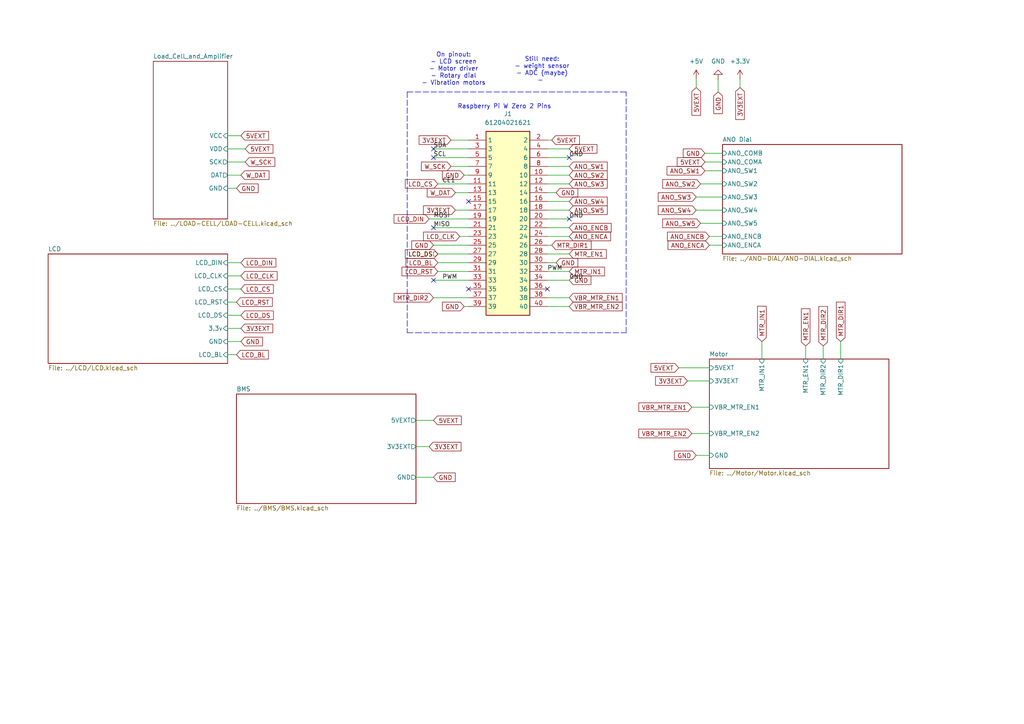
<source format=kicad_sch>
(kicad_sch
	(version 20231120)
	(generator "eeschema")
	(generator_version "8.0")
	(uuid "a34d77bc-8f6a-417e-a206-3165e6c5c658")
	(paper "A4")
	(lib_symbols
		(symbol "Headers:61204021621"
			(exclude_from_sim no)
			(in_bom yes)
			(on_board yes)
			(property "Reference" "J"
				(at 19.05 7.62 0)
				(effects
					(font
						(size 1.27 1.27)
					)
					(justify left top)
				)
			)
			(property "Value" "61204021621"
				(at 19.05 5.08 0)
				(effects
					(font
						(size 1.27 1.27)
					)
					(justify left top)
				)
			)
			(property "Footprint" "SHDR40W79P254X254_2X20_5846X910X925P"
				(at 19.05 -94.92 0)
				(effects
					(font
						(size 1.27 1.27)
					)
					(justify left top)
					(hide yes)
				)
			)
			(property "Datasheet" "http://katalog.we-online.de/em/datasheet/6120xx21621%282%29.pdf"
				(at 19.05 -194.92 0)
				(effects
					(font
						(size 1.27 1.27)
					)
					(justify left top)
					(hide yes)
				)
			)
			(property "Description" "WR-BHD 2.54mm Male Box Header 40p Wurth Elektronik WR-BHD Series, 2.54mm Pitch 40 Way 2 Row Shrouded Straight PCB Header, Through Hole"
				(at 0 0 0)
				(effects
					(font
						(size 1.27 1.27)
					)
					(hide yes)
				)
			)
			(property "Height" "9.25"
				(at 19.05 -394.92 0)
				(effects
					(font
						(size 1.27 1.27)
					)
					(justify left top)
					(hide yes)
				)
			)
			(property "Mouser Part Number" "710-61204021621"
				(at 19.05 -494.92 0)
				(effects
					(font
						(size 1.27 1.27)
					)
					(justify left top)
					(hide yes)
				)
			)
			(property "Mouser Price/Stock" "https://www.mouser.co.uk/ProductDetail/Wurth-Elektronik/61204021621?qs=PhR8RmCirEaUSXS3CoqGQQ%3D%3D"
				(at 19.05 -594.92 0)
				(effects
					(font
						(size 1.27 1.27)
					)
					(justify left top)
					(hide yes)
				)
			)
			(property "Manufacturer_Name" "Wurth Elektronik"
				(at 19.05 -694.92 0)
				(effects
					(font
						(size 1.27 1.27)
					)
					(justify left top)
					(hide yes)
				)
			)
			(property "Manufacturer_Part_Number" "61204021621"
				(at 19.05 -794.92 0)
				(effects
					(font
						(size 1.27 1.27)
					)
					(justify left top)
					(hide yes)
				)
			)
			(symbol "61204021621_1_1"
				(rectangle
					(start 5.08 2.54)
					(end 17.78 -50.8)
					(stroke
						(width 0.254)
						(type default)
					)
					(fill
						(type background)
					)
				)
				(pin passive line
					(at 0 0 0)
					(length 5.08)
					(name "1"
						(effects
							(font
								(size 1.27 1.27)
							)
						)
					)
					(number "1"
						(effects
							(font
								(size 1.27 1.27)
							)
						)
					)
				)
				(pin passive line
					(at 22.86 -10.16 180)
					(length 5.08)
					(name "10"
						(effects
							(font
								(size 1.27 1.27)
							)
						)
					)
					(number "10"
						(effects
							(font
								(size 1.27 1.27)
							)
						)
					)
				)
				(pin passive line
					(at 0 -12.7 0)
					(length 5.08)
					(name "11"
						(effects
							(font
								(size 1.27 1.27)
							)
						)
					)
					(number "11"
						(effects
							(font
								(size 1.27 1.27)
							)
						)
					)
				)
				(pin passive line
					(at 22.86 -12.7 180)
					(length 5.08)
					(name "12"
						(effects
							(font
								(size 1.27 1.27)
							)
						)
					)
					(number "12"
						(effects
							(font
								(size 1.27 1.27)
							)
						)
					)
				)
				(pin passive line
					(at 0 -15.24 0)
					(length 5.08)
					(name "13"
						(effects
							(font
								(size 1.27 1.27)
							)
						)
					)
					(number "13"
						(effects
							(font
								(size 1.27 1.27)
							)
						)
					)
				)
				(pin passive line
					(at 22.86 -15.24 180)
					(length 5.08)
					(name "14"
						(effects
							(font
								(size 1.27 1.27)
							)
						)
					)
					(number "14"
						(effects
							(font
								(size 1.27 1.27)
							)
						)
					)
				)
				(pin passive line
					(at 0 -17.78 0)
					(length 5.08)
					(name "15"
						(effects
							(font
								(size 1.27 1.27)
							)
						)
					)
					(number "15"
						(effects
							(font
								(size 1.27 1.27)
							)
						)
					)
				)
				(pin passive line
					(at 22.86 -17.78 180)
					(length 5.08)
					(name "16"
						(effects
							(font
								(size 1.27 1.27)
							)
						)
					)
					(number "16"
						(effects
							(font
								(size 1.27 1.27)
							)
						)
					)
				)
				(pin passive line
					(at 0 -20.32 0)
					(length 5.08)
					(name "17"
						(effects
							(font
								(size 1.27 1.27)
							)
						)
					)
					(number "17"
						(effects
							(font
								(size 1.27 1.27)
							)
						)
					)
				)
				(pin passive line
					(at 22.86 -20.32 180)
					(length 5.08)
					(name "18"
						(effects
							(font
								(size 1.27 1.27)
							)
						)
					)
					(number "18"
						(effects
							(font
								(size 1.27 1.27)
							)
						)
					)
				)
				(pin passive line
					(at 0 -22.86 0)
					(length 5.08)
					(name "19"
						(effects
							(font
								(size 1.27 1.27)
							)
						)
					)
					(number "19"
						(effects
							(font
								(size 1.27 1.27)
							)
						)
					)
				)
				(pin passive line
					(at 22.86 0 180)
					(length 5.08)
					(name "2"
						(effects
							(font
								(size 1.27 1.27)
							)
						)
					)
					(number "2"
						(effects
							(font
								(size 1.27 1.27)
							)
						)
					)
				)
				(pin passive line
					(at 22.86 -22.86 180)
					(length 5.08)
					(name "20"
						(effects
							(font
								(size 1.27 1.27)
							)
						)
					)
					(number "20"
						(effects
							(font
								(size 1.27 1.27)
							)
						)
					)
				)
				(pin passive line
					(at 0 -25.4 0)
					(length 5.08)
					(name "21"
						(effects
							(font
								(size 1.27 1.27)
							)
						)
					)
					(number "21"
						(effects
							(font
								(size 1.27 1.27)
							)
						)
					)
				)
				(pin passive line
					(at 22.86 -25.4 180)
					(length 5.08)
					(name "22"
						(effects
							(font
								(size 1.27 1.27)
							)
						)
					)
					(number "22"
						(effects
							(font
								(size 1.27 1.27)
							)
						)
					)
				)
				(pin passive line
					(at 0 -27.94 0)
					(length 5.08)
					(name "23"
						(effects
							(font
								(size 1.27 1.27)
							)
						)
					)
					(number "23"
						(effects
							(font
								(size 1.27 1.27)
							)
						)
					)
				)
				(pin passive line
					(at 22.86 -27.94 180)
					(length 5.08)
					(name "24"
						(effects
							(font
								(size 1.27 1.27)
							)
						)
					)
					(number "24"
						(effects
							(font
								(size 1.27 1.27)
							)
						)
					)
				)
				(pin passive line
					(at 0 -30.48 0)
					(length 5.08)
					(name "25"
						(effects
							(font
								(size 1.27 1.27)
							)
						)
					)
					(number "25"
						(effects
							(font
								(size 1.27 1.27)
							)
						)
					)
				)
				(pin passive line
					(at 22.86 -30.48 180)
					(length 5.08)
					(name "26"
						(effects
							(font
								(size 1.27 1.27)
							)
						)
					)
					(number "26"
						(effects
							(font
								(size 1.27 1.27)
							)
						)
					)
				)
				(pin passive line
					(at 0 -33.02 0)
					(length 5.08)
					(name "27"
						(effects
							(font
								(size 1.27 1.27)
							)
						)
					)
					(number "27"
						(effects
							(font
								(size 1.27 1.27)
							)
						)
					)
				)
				(pin passive line
					(at 22.86 -33.02 180)
					(length 5.08)
					(name "28"
						(effects
							(font
								(size 1.27 1.27)
							)
						)
					)
					(number "28"
						(effects
							(font
								(size 1.27 1.27)
							)
						)
					)
				)
				(pin passive line
					(at 0 -35.56 0)
					(length 5.08)
					(name "29"
						(effects
							(font
								(size 1.27 1.27)
							)
						)
					)
					(number "29"
						(effects
							(font
								(size 1.27 1.27)
							)
						)
					)
				)
				(pin passive line
					(at 0 -2.54 0)
					(length 5.08)
					(name "3"
						(effects
							(font
								(size 1.27 1.27)
							)
						)
					)
					(number "3"
						(effects
							(font
								(size 1.27 1.27)
							)
						)
					)
				)
				(pin passive line
					(at 22.86 -35.56 180)
					(length 5.08)
					(name "30"
						(effects
							(font
								(size 1.27 1.27)
							)
						)
					)
					(number "30"
						(effects
							(font
								(size 1.27 1.27)
							)
						)
					)
				)
				(pin passive line
					(at 0 -38.1 0)
					(length 5.08)
					(name "31"
						(effects
							(font
								(size 1.27 1.27)
							)
						)
					)
					(number "31"
						(effects
							(font
								(size 1.27 1.27)
							)
						)
					)
				)
				(pin passive line
					(at 22.86 -38.1 180)
					(length 5.08)
					(name "32"
						(effects
							(font
								(size 1.27 1.27)
							)
						)
					)
					(number "32"
						(effects
							(font
								(size 1.27 1.27)
							)
						)
					)
				)
				(pin passive line
					(at 0 -40.64 0)
					(length 5.08)
					(name "33"
						(effects
							(font
								(size 1.27 1.27)
							)
						)
					)
					(number "33"
						(effects
							(font
								(size 1.27 1.27)
							)
						)
					)
				)
				(pin passive line
					(at 22.86 -40.64 180)
					(length 5.08)
					(name "34"
						(effects
							(font
								(size 1.27 1.27)
							)
						)
					)
					(number "34"
						(effects
							(font
								(size 1.27 1.27)
							)
						)
					)
				)
				(pin passive line
					(at 0 -43.18 0)
					(length 5.08)
					(name "35"
						(effects
							(font
								(size 1.27 1.27)
							)
						)
					)
					(number "35"
						(effects
							(font
								(size 1.27 1.27)
							)
						)
					)
				)
				(pin passive line
					(at 22.86 -43.18 180)
					(length 5.08)
					(name "36"
						(effects
							(font
								(size 1.27 1.27)
							)
						)
					)
					(number "36"
						(effects
							(font
								(size 1.27 1.27)
							)
						)
					)
				)
				(pin passive line
					(at 0 -45.72 0)
					(length 5.08)
					(name "37"
						(effects
							(font
								(size 1.27 1.27)
							)
						)
					)
					(number "37"
						(effects
							(font
								(size 1.27 1.27)
							)
						)
					)
				)
				(pin passive line
					(at 22.86 -45.72 180)
					(length 5.08)
					(name "38"
						(effects
							(font
								(size 1.27 1.27)
							)
						)
					)
					(number "38"
						(effects
							(font
								(size 1.27 1.27)
							)
						)
					)
				)
				(pin passive line
					(at 0 -48.26 0)
					(length 5.08)
					(name "39"
						(effects
							(font
								(size 1.27 1.27)
							)
						)
					)
					(number "39"
						(effects
							(font
								(size 1.27 1.27)
							)
						)
					)
				)
				(pin passive line
					(at 22.86 -2.54 180)
					(length 5.08)
					(name "4"
						(effects
							(font
								(size 1.27 1.27)
							)
						)
					)
					(number "4"
						(effects
							(font
								(size 1.27 1.27)
							)
						)
					)
				)
				(pin passive line
					(at 22.86 -48.26 180)
					(length 5.08)
					(name "40"
						(effects
							(font
								(size 1.27 1.27)
							)
						)
					)
					(number "40"
						(effects
							(font
								(size 1.27 1.27)
							)
						)
					)
				)
				(pin passive line
					(at 0 -5.08 0)
					(length 5.08)
					(name "5"
						(effects
							(font
								(size 1.27 1.27)
							)
						)
					)
					(number "5"
						(effects
							(font
								(size 1.27 1.27)
							)
						)
					)
				)
				(pin passive line
					(at 22.86 -5.08 180)
					(length 5.08)
					(name "6"
						(effects
							(font
								(size 1.27 1.27)
							)
						)
					)
					(number "6"
						(effects
							(font
								(size 1.27 1.27)
							)
						)
					)
				)
				(pin passive line
					(at 0 -7.62 0)
					(length 5.08)
					(name "7"
						(effects
							(font
								(size 1.27 1.27)
							)
						)
					)
					(number "7"
						(effects
							(font
								(size 1.27 1.27)
							)
						)
					)
				)
				(pin passive line
					(at 22.86 -7.62 180)
					(length 5.08)
					(name "8"
						(effects
							(font
								(size 1.27 1.27)
							)
						)
					)
					(number "8"
						(effects
							(font
								(size 1.27 1.27)
							)
						)
					)
				)
				(pin passive line
					(at 0 -10.16 0)
					(length 5.08)
					(name "9"
						(effects
							(font
								(size 1.27 1.27)
							)
						)
					)
					(number "9"
						(effects
							(font
								(size 1.27 1.27)
							)
						)
					)
				)
			)
		)
		(symbol "power:+3.3V"
			(power)
			(pin_numbers hide)
			(pin_names
				(offset 0) hide)
			(exclude_from_sim no)
			(in_bom yes)
			(on_board yes)
			(property "Reference" "#PWR"
				(at 0 -3.81 0)
				(effects
					(font
						(size 1.27 1.27)
					)
					(hide yes)
				)
			)
			(property "Value" "+3.3V"
				(at 0 3.556 0)
				(effects
					(font
						(size 1.27 1.27)
					)
				)
			)
			(property "Footprint" ""
				(at 0 0 0)
				(effects
					(font
						(size 1.27 1.27)
					)
					(hide yes)
				)
			)
			(property "Datasheet" ""
				(at 0 0 0)
				(effects
					(font
						(size 1.27 1.27)
					)
					(hide yes)
				)
			)
			(property "Description" "Power symbol creates a global label with name \"+3.3V\""
				(at 0 0 0)
				(effects
					(font
						(size 1.27 1.27)
					)
					(hide yes)
				)
			)
			(property "ki_keywords" "global power"
				(at 0 0 0)
				(effects
					(font
						(size 1.27 1.27)
					)
					(hide yes)
				)
			)
			(symbol "+3.3V_0_1"
				(polyline
					(pts
						(xy -0.762 1.27) (xy 0 2.54)
					)
					(stroke
						(width 0)
						(type default)
					)
					(fill
						(type none)
					)
				)
				(polyline
					(pts
						(xy 0 0) (xy 0 2.54)
					)
					(stroke
						(width 0)
						(type default)
					)
					(fill
						(type none)
					)
				)
				(polyline
					(pts
						(xy 0 2.54) (xy 0.762 1.27)
					)
					(stroke
						(width 0)
						(type default)
					)
					(fill
						(type none)
					)
				)
			)
			(symbol "+3.3V_1_1"
				(pin power_in line
					(at 0 0 90)
					(length 0)
					(name "~"
						(effects
							(font
								(size 1.27 1.27)
							)
						)
					)
					(number "1"
						(effects
							(font
								(size 1.27 1.27)
							)
						)
					)
				)
			)
		)
		(symbol "power:+5V"
			(power)
			(pin_numbers hide)
			(pin_names
				(offset 0) hide)
			(exclude_from_sim no)
			(in_bom yes)
			(on_board yes)
			(property "Reference" "#PWR"
				(at 0 -3.81 0)
				(effects
					(font
						(size 1.27 1.27)
					)
					(hide yes)
				)
			)
			(property "Value" "+5V"
				(at 0 3.556 0)
				(effects
					(font
						(size 1.27 1.27)
					)
				)
			)
			(property "Footprint" ""
				(at 0 0 0)
				(effects
					(font
						(size 1.27 1.27)
					)
					(hide yes)
				)
			)
			(property "Datasheet" ""
				(at 0 0 0)
				(effects
					(font
						(size 1.27 1.27)
					)
					(hide yes)
				)
			)
			(property "Description" "Power symbol creates a global label with name \"+5V\""
				(at 0 0 0)
				(effects
					(font
						(size 1.27 1.27)
					)
					(hide yes)
				)
			)
			(property "ki_keywords" "global power"
				(at 0 0 0)
				(effects
					(font
						(size 1.27 1.27)
					)
					(hide yes)
				)
			)
			(symbol "+5V_0_1"
				(polyline
					(pts
						(xy -0.762 1.27) (xy 0 2.54)
					)
					(stroke
						(width 0)
						(type default)
					)
					(fill
						(type none)
					)
				)
				(polyline
					(pts
						(xy 0 0) (xy 0 2.54)
					)
					(stroke
						(width 0)
						(type default)
					)
					(fill
						(type none)
					)
				)
				(polyline
					(pts
						(xy 0 2.54) (xy 0.762 1.27)
					)
					(stroke
						(width 0)
						(type default)
					)
					(fill
						(type none)
					)
				)
			)
			(symbol "+5V_1_1"
				(pin power_in line
					(at 0 0 90)
					(length 0)
					(name "~"
						(effects
							(font
								(size 1.27 1.27)
							)
						)
					)
					(number "1"
						(effects
							(font
								(size 1.27 1.27)
							)
						)
					)
				)
			)
		)
		(symbol "power:GND"
			(power)
			(pin_numbers hide)
			(pin_names
				(offset 0) hide)
			(exclude_from_sim no)
			(in_bom yes)
			(on_board yes)
			(property "Reference" "#PWR"
				(at 0 -6.35 0)
				(effects
					(font
						(size 1.27 1.27)
					)
					(hide yes)
				)
			)
			(property "Value" "GND"
				(at 0 -3.81 0)
				(effects
					(font
						(size 1.27 1.27)
					)
				)
			)
			(property "Footprint" ""
				(at 0 0 0)
				(effects
					(font
						(size 1.27 1.27)
					)
					(hide yes)
				)
			)
			(property "Datasheet" ""
				(at 0 0 0)
				(effects
					(font
						(size 1.27 1.27)
					)
					(hide yes)
				)
			)
			(property "Description" "Power symbol creates a global label with name \"GND\" , ground"
				(at 0 0 0)
				(effects
					(font
						(size 1.27 1.27)
					)
					(hide yes)
				)
			)
			(property "ki_keywords" "global power"
				(at 0 0 0)
				(effects
					(font
						(size 1.27 1.27)
					)
					(hide yes)
				)
			)
			(symbol "GND_0_1"
				(polyline
					(pts
						(xy 0 0) (xy 0 -1.27) (xy 1.27 -1.27) (xy 0 -2.54) (xy -1.27 -1.27) (xy 0 -1.27)
					)
					(stroke
						(width 0)
						(type default)
					)
					(fill
						(type none)
					)
				)
			)
			(symbol "GND_1_1"
				(pin power_in line
					(at 0 0 270)
					(length 0)
					(name "~"
						(effects
							(font
								(size 1.27 1.27)
							)
						)
					)
					(number "1"
						(effects
							(font
								(size 1.27 1.27)
							)
						)
					)
				)
			)
		)
	)
	(no_connect
		(at 125.73 66.04)
		(uuid "479ffc6d-ab4f-43b6-8226-e7b2119bb34c")
	)
	(no_connect
		(at 135.89 58.42)
		(uuid "655c18f3-a8dd-416b-a777-e435e9d175df")
	)
	(no_connect
		(at 135.89 83.82)
		(uuid "8ed98362-e92f-4654-8969-bdceded22928")
	)
	(no_connect
		(at 165.1 45.72)
		(uuid "8f3a91b5-4747-4c4d-86ed-8b142da1353e")
	)
	(no_connect
		(at 125.73 45.72)
		(uuid "b7734054-be2d-4c65-9396-dfb427f03a46")
	)
	(no_connect
		(at 125.73 81.28)
		(uuid "dba9f8c3-e647-4df7-a67b-1365c4225dc9")
	)
	(no_connect
		(at 125.73 43.18)
		(uuid "de3e18fb-f718-4262-bff1-ef7f4d15f4e8")
	)
	(no_connect
		(at 165.1 63.5)
		(uuid "e219e6f9-db67-45cc-bcea-188569e812f7")
	)
	(no_connect
		(at 158.75 83.82)
		(uuid "f794623b-2f06-4bdf-8688-efc78a7e9102")
	)
	(wire
		(pts
			(xy 66.04 46.99) (xy 71.12 46.99)
		)
		(stroke
			(width 0)
			(type default)
		)
		(uuid "02200e7d-3dbf-448d-bf17-4d6d14da642b")
	)
	(wire
		(pts
			(xy 66.04 83.82) (xy 69.85 83.82)
		)
		(stroke
			(width 0)
			(type default)
		)
		(uuid "06a7d741-1bfc-4d13-8bc6-59bee859604f")
	)
	(wire
		(pts
			(xy 132.08 55.88) (xy 135.89 55.88)
		)
		(stroke
			(width 0)
			(type default)
		)
		(uuid "0ed85c50-a4b7-4c7e-98f7-e98e467ec332")
	)
	(wire
		(pts
			(xy 127 73.66) (xy 135.89 73.66)
		)
		(stroke
			(width 0)
			(type default)
		)
		(uuid "19749abd-7089-4bda-b37e-6cce5007decb")
	)
	(wire
		(pts
			(xy 158.75 40.64) (xy 160.02 40.64)
		)
		(stroke
			(width 0)
			(type default)
		)
		(uuid "1ce79dea-06d0-4298-b227-789c74bafdf5")
	)
	(wire
		(pts
			(xy 66.04 95.25) (xy 69.85 95.25)
		)
		(stroke
			(width 0)
			(type default)
		)
		(uuid "1f949192-1b56-4c9b-9211-5f4f366198d3")
	)
	(wire
		(pts
			(xy 205.74 68.58) (xy 209.55 68.58)
		)
		(stroke
			(width 0)
			(type default)
		)
		(uuid "22849fbc-9d10-4dbb-83b4-658e22306a1a")
	)
	(wire
		(pts
			(xy 132.08 60.96) (xy 135.89 60.96)
		)
		(stroke
			(width 0)
			(type default)
		)
		(uuid "2d9e570a-3ff0-47b9-b68d-18dbf15358e4")
	)
	(wire
		(pts
			(xy 200.66 125.73) (xy 205.74 125.73)
		)
		(stroke
			(width 0)
			(type default)
		)
		(uuid "365c5b6b-21e0-4e31-844a-5017abc73f73")
	)
	(wire
		(pts
			(xy 196.85 106.68) (xy 205.74 106.68)
		)
		(stroke
			(width 0)
			(type default)
		)
		(uuid "3a78b77b-bb22-47cf-922e-8f8b7445d4cf")
	)
	(wire
		(pts
			(xy 124.46 63.5) (xy 135.89 63.5)
		)
		(stroke
			(width 0)
			(type default)
		)
		(uuid "3c971812-fc32-4db4-a6ed-c0e0d5dad440")
	)
	(wire
		(pts
			(xy 204.47 46.99) (xy 209.55 46.99)
		)
		(stroke
			(width 0)
			(type default)
		)
		(uuid "3d15fd3f-3468-4718-ae4b-02577b838a25")
	)
	(wire
		(pts
			(xy 203.2 53.34) (xy 209.55 53.34)
		)
		(stroke
			(width 0)
			(type default)
		)
		(uuid "404bb839-35e6-430e-bcc3-a21ad0d1d14c")
	)
	(wire
		(pts
			(xy 66.04 102.87) (xy 68.58 102.87)
		)
		(stroke
			(width 0)
			(type default)
		)
		(uuid "4166411f-b845-4420-805a-682734e6b15a")
	)
	(wire
		(pts
			(xy 66.04 99.06) (xy 69.85 99.06)
		)
		(stroke
			(width 0)
			(type default)
		)
		(uuid "4ee020e7-9e54-48d2-94d6-5480064a8bc7")
	)
	(wire
		(pts
			(xy 158.75 53.34) (xy 165.1 53.34)
		)
		(stroke
			(width 0)
			(type default)
		)
		(uuid "502510d0-c104-42ba-af36-749df879eb9a")
	)
	(wire
		(pts
			(xy 125.73 86.36) (xy 135.89 86.36)
		)
		(stroke
			(width 0)
			(type default)
		)
		(uuid "52826865-9a4f-477c-894b-6b8637dcd89a")
	)
	(polyline
		(pts
			(xy 181.61 96.52) (xy 181.61 26.67)
		)
		(stroke
			(width 0)
			(type dash)
		)
		(uuid "53c5c01e-e4d0-4124-b25f-f40c924b6096")
	)
	(wire
		(pts
			(xy 66.04 50.8) (xy 69.85 50.8)
		)
		(stroke
			(width 0)
			(type default)
		)
		(uuid "5621700d-cf86-49ef-a462-be81603b713c")
	)
	(wire
		(pts
			(xy 127 76.2) (xy 135.89 76.2)
		)
		(stroke
			(width 0)
			(type default)
		)
		(uuid "57e7eab2-336d-43c7-b5c2-4148254e4b62")
	)
	(wire
		(pts
			(xy 125.73 43.18) (xy 135.89 43.18)
		)
		(stroke
			(width 0)
			(type default)
		)
		(uuid "5919c16c-3ecf-4564-ab2d-3d9105be5f47")
	)
	(wire
		(pts
			(xy 158.75 63.5) (xy 165.1 63.5)
		)
		(stroke
			(width 0)
			(type default)
		)
		(uuid "5ad5c23c-3be9-481f-80d9-be09eaca45cb")
	)
	(wire
		(pts
			(xy 120.65 129.54) (xy 124.46 129.54)
		)
		(stroke
			(width 0)
			(type default)
		)
		(uuid "60768088-9da2-4cfb-92a6-db69e3afbc13")
	)
	(wire
		(pts
			(xy 201.93 132.08) (xy 205.74 132.08)
		)
		(stroke
			(width 0)
			(type default)
		)
		(uuid "60c0dd8e-2691-49e5-809b-0a681e9575b2")
	)
	(wire
		(pts
			(xy 125.73 66.04) (xy 135.89 66.04)
		)
		(stroke
			(width 0)
			(type default)
		)
		(uuid "6369dec5-4fbe-4394-bfe9-5a5be70d0e5a")
	)
	(wire
		(pts
			(xy 158.75 45.72) (xy 165.1 45.72)
		)
		(stroke
			(width 0)
			(type default)
		)
		(uuid "666d3414-bd2b-445b-9d2a-1203df98cb85")
	)
	(wire
		(pts
			(xy 158.75 48.26) (xy 165.1 48.26)
		)
		(stroke
			(width 0)
			(type default)
		)
		(uuid "668b5c41-d277-4838-9758-4331f8dd2599")
	)
	(wire
		(pts
			(xy 120.65 138.43) (xy 125.73 138.43)
		)
		(stroke
			(width 0)
			(type default)
		)
		(uuid "6aef69be-d324-4c99-9613-8dacdaff13b2")
	)
	(wire
		(pts
			(xy 233.68 100.33) (xy 233.68 104.14)
		)
		(stroke
			(width 0)
			(type default)
		)
		(uuid "6c0906f1-716a-416c-ad2d-4b9f4f3f63c3")
	)
	(wire
		(pts
			(xy 130.81 40.64) (xy 135.89 40.64)
		)
		(stroke
			(width 0)
			(type default)
		)
		(uuid "6e6a8336-27b4-468a-8270-ce37158b0c0e")
	)
	(wire
		(pts
			(xy 205.74 71.12) (xy 209.55 71.12)
		)
		(stroke
			(width 0)
			(type default)
		)
		(uuid "6ec41e3a-0272-4bc3-8841-88f20cc2bde4")
	)
	(wire
		(pts
			(xy 158.75 50.8) (xy 165.1 50.8)
		)
		(stroke
			(width 0)
			(type default)
		)
		(uuid "6fb9fa65-41ed-46ee-8200-21c65f1656c4")
	)
	(wire
		(pts
			(xy 66.04 91.44) (xy 69.85 91.44)
		)
		(stroke
			(width 0)
			(type default)
		)
		(uuid "7009be7e-9cbb-45f0-9f00-81160b9661b9")
	)
	(wire
		(pts
			(xy 158.75 43.18) (xy 165.1 43.18)
		)
		(stroke
			(width 0)
			(type default)
		)
		(uuid "82c166b7-d229-4d41-9d0c-2736a271b207")
	)
	(wire
		(pts
			(xy 158.75 55.88) (xy 161.29 55.88)
		)
		(stroke
			(width 0)
			(type default)
		)
		(uuid "83b9be8e-bc62-43ad-9884-17e3ba7c42f2")
	)
	(wire
		(pts
			(xy 243.84 99.06) (xy 243.84 104.14)
		)
		(stroke
			(width 0)
			(type default)
		)
		(uuid "84c155f3-ae9c-42db-bb29-1e11ddad45df")
	)
	(wire
		(pts
			(xy 127 78.74) (xy 135.89 78.74)
		)
		(stroke
			(width 0)
			(type default)
		)
		(uuid "879840fc-0e88-4764-9c4a-25f5db46d48b")
	)
	(wire
		(pts
			(xy 238.76 100.33) (xy 238.76 104.14)
		)
		(stroke
			(width 0)
			(type default)
		)
		(uuid "87afc1ae-bd82-4778-80fd-da4c0bb5038e")
	)
	(polyline
		(pts
			(xy 120.65 96.52) (xy 181.61 96.52)
		)
		(stroke
			(width 0)
			(type dash)
		)
		(uuid "8b51f2ea-a7e4-44e0-b668-d9c32f2608fb")
	)
	(wire
		(pts
			(xy 208.28 22.86) (xy 208.28 26.67)
		)
		(stroke
			(width 0)
			(type default)
		)
		(uuid "8bf8ec0c-8765-416b-9861-2d24f5c9502e")
	)
	(wire
		(pts
			(xy 125.73 45.72) (xy 135.89 45.72)
		)
		(stroke
			(width 0)
			(type default)
		)
		(uuid "8cb33173-a2a5-4d30-a145-e115050d0663")
	)
	(wire
		(pts
			(xy 66.04 54.61) (xy 68.58 54.61)
		)
		(stroke
			(width 0)
			(type default)
		)
		(uuid "914095f7-9347-4cf6-854a-bcf5c1795422")
	)
	(wire
		(pts
			(xy 158.75 88.9) (xy 165.1 88.9)
		)
		(stroke
			(width 0)
			(type default)
		)
		(uuid "9292405f-c5f1-4274-bee2-aa59f08db6bf")
	)
	(wire
		(pts
			(xy 66.04 76.2) (xy 69.85 76.2)
		)
		(stroke
			(width 0)
			(type default)
		)
		(uuid "97a9b882-6753-44b7-b628-600b36badf05")
	)
	(wire
		(pts
			(xy 158.75 58.42) (xy 165.1 58.42)
		)
		(stroke
			(width 0)
			(type default)
		)
		(uuid "993e1d41-e1c4-464f-b77f-2f388c90cd9c")
	)
	(wire
		(pts
			(xy 158.75 81.28) (xy 165.1 81.28)
		)
		(stroke
			(width 0)
			(type default)
		)
		(uuid "99cfc6cb-24f8-4acb-84e6-72c0f6db5c97")
	)
	(wire
		(pts
			(xy 158.75 73.66) (xy 165.1 73.66)
		)
		(stroke
			(width 0)
			(type default)
		)
		(uuid "9b00b331-c155-4ffd-a548-365c35143fca")
	)
	(wire
		(pts
			(xy 200.66 118.11) (xy 205.74 118.11)
		)
		(stroke
			(width 0)
			(type default)
		)
		(uuid "a19af1c6-9d1c-4137-83c0-fcc8789dfd93")
	)
	(wire
		(pts
			(xy 134.62 88.9) (xy 135.89 88.9)
		)
		(stroke
			(width 0)
			(type default)
		)
		(uuid "a51a6f11-9a81-42f5-83b2-0ded4d4fa9cc")
	)
	(wire
		(pts
			(xy 214.63 22.86) (xy 214.63 25.4)
		)
		(stroke
			(width 0)
			(type default)
		)
		(uuid "a8911b59-c399-4f15-99af-a1308cd1748c")
	)
	(wire
		(pts
			(xy 66.04 43.18) (xy 71.12 43.18)
		)
		(stroke
			(width 0)
			(type default)
		)
		(uuid "a90dec0c-9954-48a1-8249-c83101cdca83")
	)
	(polyline
		(pts
			(xy 118.11 26.67) (xy 118.11 96.52)
		)
		(stroke
			(width 0)
			(type dash)
		)
		(uuid "ab4cdf66-ebc9-480f-a564-cc09f81f42b7")
	)
	(wire
		(pts
			(xy 204.47 49.53) (xy 209.55 49.53)
		)
		(stroke
			(width 0)
			(type default)
		)
		(uuid "ac56e630-47f0-4c15-b20b-48af2c827975")
	)
	(wire
		(pts
			(xy 66.04 80.01) (xy 69.85 80.01)
		)
		(stroke
			(width 0)
			(type default)
		)
		(uuid "ac70836b-80f5-425f-aec0-d35a67caa273")
	)
	(wire
		(pts
			(xy 134.62 50.8) (xy 135.89 50.8)
		)
		(stroke
			(width 0)
			(type default)
		)
		(uuid "adc3f858-9665-4664-b872-4556fb2cffd4")
	)
	(wire
		(pts
			(xy 66.04 87.63) (xy 68.58 87.63)
		)
		(stroke
			(width 0)
			(type default)
		)
		(uuid "adf26cb0-24a1-4127-97be-60ac1a0f5cc8")
	)
	(wire
		(pts
			(xy 203.2 64.77) (xy 209.55 64.77)
		)
		(stroke
			(width 0)
			(type default)
		)
		(uuid "b2e5221f-9ab9-401e-9d8f-ce0e036969d9")
	)
	(wire
		(pts
			(xy 125.73 81.28) (xy 135.89 81.28)
		)
		(stroke
			(width 0)
			(type default)
		)
		(uuid "b9352343-f3c4-4dd6-97af-53d00fc31943")
	)
	(polyline
		(pts
			(xy 118.11 26.67) (xy 180.34 26.67)
		)
		(stroke
			(width 0)
			(type dash)
		)
		(uuid "ba755cbb-2e0f-46dc-9050-f45a477c12c2")
	)
	(wire
		(pts
			(xy 220.98 99.06) (xy 220.98 104.14)
		)
		(stroke
			(width 0)
			(type default)
		)
		(uuid "bbcf84d4-80fd-40ee-b8f9-858da7c97482")
	)
	(polyline
		(pts
			(xy 181.61 26.67) (xy 180.34 26.67)
		)
		(stroke
			(width 0)
			(type dash)
		)
		(uuid "c0c8d55e-c89e-4d53-a564-7694edf4a082")
	)
	(wire
		(pts
			(xy 158.75 66.04) (xy 165.1 66.04)
		)
		(stroke
			(width 0)
			(type default)
		)
		(uuid "c4c7a799-f3fa-4e7f-86df-28f279abd819")
	)
	(wire
		(pts
			(xy 204.47 44.45) (xy 209.55 44.45)
		)
		(stroke
			(width 0)
			(type default)
		)
		(uuid "c95e784b-9195-49cc-88ee-4698b30a27ee")
	)
	(wire
		(pts
			(xy 199.39 110.49) (xy 205.74 110.49)
		)
		(stroke
			(width 0)
			(type default)
		)
		(uuid "c9facd12-8c96-4a2f-8310-188eb10d8894")
	)
	(wire
		(pts
			(xy 120.65 121.92) (xy 125.73 121.92)
		)
		(stroke
			(width 0)
			(type default)
		)
		(uuid "ca3b72c1-8a05-49e4-b590-511eb9ac88c0")
	)
	(wire
		(pts
			(xy 161.29 76.2) (xy 158.75 76.2)
		)
		(stroke
			(width 0)
			(type default)
		)
		(uuid "d0d80278-cac4-4b9d-8d47-fa354a9c50d4")
	)
	(wire
		(pts
			(xy 158.75 68.58) (xy 165.1 68.58)
		)
		(stroke
			(width 0)
			(type default)
		)
		(uuid "d26b5dee-42c0-484c-b263-f3b03d3a6150")
	)
	(wire
		(pts
			(xy 201.93 60.96) (xy 209.55 60.96)
		)
		(stroke
			(width 0)
			(type default)
		)
		(uuid "d9b33697-dd33-4cde-b811-5e4e94cb69e1")
	)
	(polyline
		(pts
			(xy 118.11 96.52) (xy 120.65 96.52)
		)
		(stroke
			(width 0)
			(type dash)
		)
		(uuid "def89f4b-a068-46bf-a21a-a9304777b3ed")
	)
	(wire
		(pts
			(xy 133.35 68.58) (xy 135.89 68.58)
		)
		(stroke
			(width 0)
			(type default)
		)
		(uuid "e3c0eb77-8674-46bb-966a-758c0908f076")
	)
	(wire
		(pts
			(xy 125.73 71.12) (xy 135.89 71.12)
		)
		(stroke
			(width 0)
			(type default)
		)
		(uuid "e5c3d41a-7316-4dc1-b7bb-11ec726e1313")
	)
	(wire
		(pts
			(xy 201.93 22.86) (xy 201.93 25.4)
		)
		(stroke
			(width 0)
			(type default)
		)
		(uuid "e8a64989-b1e3-499c-b9a0-896091dd4357")
	)
	(wire
		(pts
			(xy 158.75 78.74) (xy 165.1 78.74)
		)
		(stroke
			(width 0)
			(type default)
		)
		(uuid "e8b1588a-cea1-4fb2-8a6a-fc328912c448")
	)
	(wire
		(pts
			(xy 160.02 71.12) (xy 158.75 71.12)
		)
		(stroke
			(width 0)
			(type default)
		)
		(uuid "e9a6e3e9-03a3-48d6-87d5-bf5da3d6bdf8")
	)
	(wire
		(pts
			(xy 135.89 53.34) (xy 127 53.34)
		)
		(stroke
			(width 0)
			(type default)
		)
		(uuid "ecb02ebe-9688-460e-b67f-cbffbf291cfd")
	)
	(wire
		(pts
			(xy 158.75 86.36) (xy 165.1 86.36)
		)
		(stroke
			(width 0)
			(type default)
		)
		(uuid "edba8caa-c54c-431e-a046-17e671eb01d8")
	)
	(wire
		(pts
			(xy 130.81 48.26) (xy 135.89 48.26)
		)
		(stroke
			(width 0)
			(type default)
		)
		(uuid "ee274e77-bbbb-417e-857b-07ecd4af4ebf")
	)
	(wire
		(pts
			(xy 158.75 60.96) (xy 165.1 60.96)
		)
		(stroke
			(width 0)
			(type default)
		)
		(uuid "f6bf5937-8db8-4596-ad70-380cad28c9d4")
	)
	(wire
		(pts
			(xy 66.04 39.37) (xy 69.85 39.37)
		)
		(stroke
			(width 0)
			(type default)
		)
		(uuid "f6ef8e2b-aef2-4ed1-85fd-f393460ee4dd")
	)
	(wire
		(pts
			(xy 201.93 57.15) (xy 209.55 57.15)
		)
		(stroke
			(width 0)
			(type default)
		)
		(uuid "ff0239a0-f6d9-4d5c-a790-41b92e8eb6ea")
	)
	(text "Still need:\n- weight sensor\n- ADC (maybe)\n- "
		(exclude_from_sim no)
		(at 157.226 20.32 0)
		(effects
			(font
				(size 1.27 1.27)
			)
		)
		(uuid "0c09652d-d6a1-45c9-ac55-434a65574056")
	)
	(text "Raspberry Pi W Zero 2 Pins"
		(exclude_from_sim no)
		(at 146.304 30.988 0)
		(effects
			(font
				(size 1.27 1.27)
			)
		)
		(uuid "4f92c8d9-e526-4381-b94f-0cadc6cb577f")
	)
	(text "On pinout:\n- LCD screen\n- Motor driver\n- Rotary dial\n- Vibration motors"
		(exclude_from_sim no)
		(at 131.572 20.066 0)
		(effects
			(font
				(size 1.27 1.27)
			)
		)
		(uuid "f5efeeec-3165-4189-a7f0-65d7059b90ec")
	)
	(label "SCL"
		(at 125.73 45.72 0)
		(fields_autoplaced yes)
		(effects
			(font
				(size 1.27 1.27)
			)
			(justify left bottom)
		)
		(uuid "16d2e7b3-477d-43a4-b33f-7975f4106068")
	)
	(label "GND"
		(at 165.1 45.72 0)
		(fields_autoplaced yes)
		(effects
			(font
				(size 1.27 1.27)
			)
			(justify left bottom)
		)
		(uuid "48de390d-b2df-439b-a16f-709b689ca083")
	)
	(label "CE1"
		(at 128.27 53.34 0)
		(fields_autoplaced yes)
		(effects
			(font
				(size 1.27 1.27)
			)
			(justify left bottom)
		)
		(uuid "712f6552-6336-4449-aafb-237e92b7e5e9")
	)
	(label "MISO"
		(at 125.73 66.04 0)
		(fields_autoplaced yes)
		(effects
			(font
				(size 1.27 1.27)
			)
			(justify left bottom)
		)
		(uuid "848ba005-c956-41c5-aa8d-3b2302845bd5")
	)
	(label "PWM"
		(at 158.75 78.74 0)
		(fields_autoplaced yes)
		(effects
			(font
				(size 1.27 1.27)
			)
			(justify left bottom)
		)
		(uuid "897cc25e-56bb-4282-86fd-5ddc39cf1598")
	)
	(label "MOSI"
		(at 125.73 63.5 0)
		(fields_autoplaced yes)
		(effects
			(font
				(size 1.27 1.27)
			)
			(justify left bottom)
		)
		(uuid "98e18745-5c19-4776-95db-f88ee3747dc2")
	)
	(label "GND"
		(at 165.1 63.5 0)
		(fields_autoplaced yes)
		(effects
			(font
				(size 1.27 1.27)
			)
			(justify left bottom)
		)
		(uuid "ac515352-649f-487a-ba66-56d0c790edd4")
	)
	(label "GND"
		(at 165.1 81.28 0)
		(fields_autoplaced yes)
		(effects
			(font
				(size 1.27 1.27)
			)
			(justify left bottom)
		)
		(uuid "aedf26e9-928d-4846-b687-5e35b70ebb1f")
	)
	(label "PWM"
		(at 128.27 81.28 0)
		(fields_autoplaced yes)
		(effects
			(font
				(size 1.27 1.27)
			)
			(justify left bottom)
		)
		(uuid "db19a073-5cd5-45d5-9a82-13024d7bcccd")
	)
	(label "SDA"
		(at 125.73 43.18 0)
		(fields_autoplaced yes)
		(effects
			(font
				(size 1.27 1.27)
			)
			(justify left bottom)
		)
		(uuid "f8d86c78-2d38-4f2d-8a6d-ee43a9ab2fbc")
	)
	(global_label "MTR_EN1"
		(shape input)
		(at 233.68 100.33 90)
		(fields_autoplaced yes)
		(effects
			(font
				(size 1.27 1.27)
			)
			(justify left)
		)
		(uuid "055a6747-b2f7-435f-839c-7e177ec21942")
		(property "Intersheetrefs" "${INTERSHEET_REFS}"
			(at 233.68 88.9992 90)
			(effects
				(font
					(size 1.27 1.27)
				)
				(justify left)
				(hide yes)
			)
		)
	)
	(global_label "5VEXT"
		(shape input)
		(at 201.93 25.4 270)
		(fields_autoplaced yes)
		(effects
			(font
				(size 1.27 1.27)
			)
			(justify right)
		)
		(uuid "091274e1-e9e2-4fbd-8575-a59a77e71616")
		(property "Intersheetrefs" "${INTERSHEET_REFS}"
			(at 201.93 34.0094 90)
			(effects
				(font
					(size 1.27 1.27)
				)
				(justify right)
				(hide yes)
			)
		)
	)
	(global_label "W_SCK"
		(shape input)
		(at 130.81 48.26 180)
		(fields_autoplaced yes)
		(effects
			(font
				(size 1.27 1.27)
			)
			(justify right)
		)
		(uuid "0b3db26e-b23d-4dba-9587-25807243287f")
		(property "Intersheetrefs" "${INTERSHEET_REFS}"
			(at 121.6563 48.26 0)
			(effects
				(font
					(size 1.27 1.27)
				)
				(justify right)
				(hide yes)
			)
		)
	)
	(global_label "ANO_SW5"
		(shape input)
		(at 165.1 60.96 0)
		(fields_autoplaced yes)
		(effects
			(font
				(size 1.27 1.27)
			)
			(justify left)
		)
		(uuid "0dcbf20b-360c-4d8e-8a52-bb205ed9058a")
		(property "Intersheetrefs" "${INTERSHEET_REFS}"
			(at 176.6728 60.96 0)
			(effects
				(font
					(size 1.27 1.27)
				)
				(justify left)
				(hide yes)
			)
		)
	)
	(global_label "W_SCK"
		(shape input)
		(at 71.12 46.99 0)
		(fields_autoplaced yes)
		(effects
			(font
				(size 1.27 1.27)
			)
			(justify left)
		)
		(uuid "0ebe1a39-35fd-4374-a0bd-b5adc8a4242e")
		(property "Intersheetrefs" "${INTERSHEET_REFS}"
			(at 80.2737 46.99 0)
			(effects
				(font
					(size 1.27 1.27)
				)
				(justify left)
				(hide yes)
			)
		)
	)
	(global_label "ANO_SW2"
		(shape input)
		(at 203.2 53.34 180)
		(fields_autoplaced yes)
		(effects
			(font
				(size 1.27 1.27)
			)
			(justify right)
		)
		(uuid "107319dc-97dd-4a30-a6f1-fa2e0cdb0b9c")
		(property "Intersheetrefs" "${INTERSHEET_REFS}"
			(at 191.6272 53.34 0)
			(effects
				(font
					(size 1.27 1.27)
				)
				(justify right)
				(hide yes)
			)
		)
	)
	(global_label "GND"
		(shape input)
		(at 161.29 55.88 0)
		(fields_autoplaced yes)
		(effects
			(font
				(size 1.27 1.27)
			)
			(justify left)
		)
		(uuid "1148dfd2-c826-425c-9d54-f6c791bffd75")
		(property "Intersheetrefs" "${INTERSHEET_REFS}"
			(at 168.1457 55.88 0)
			(effects
				(font
					(size 1.27 1.27)
				)
				(justify left)
				(hide yes)
			)
		)
	)
	(global_label "5VEXT"
		(shape input)
		(at 204.47 46.99 180)
		(fields_autoplaced yes)
		(effects
			(font
				(size 1.27 1.27)
			)
			(justify right)
		)
		(uuid "12cc5a1b-78d8-45c1-87ee-11fc43144e96")
		(property "Intersheetrefs" "${INTERSHEET_REFS}"
			(at 195.8606 46.99 0)
			(effects
				(font
					(size 1.27 1.27)
				)
				(justify right)
				(hide yes)
			)
		)
	)
	(global_label "3V3EXT"
		(shape input)
		(at 69.85 95.25 0)
		(fields_autoplaced yes)
		(effects
			(font
				(size 1.27 1.27)
			)
			(justify left)
		)
		(uuid "18e75d9b-8860-4438-bf7c-65498ffad2d0")
		(property "Intersheetrefs" "${INTERSHEET_REFS}"
			(at 79.6689 95.25 0)
			(effects
				(font
					(size 1.27 1.27)
				)
				(justify left)
				(hide yes)
			)
		)
	)
	(global_label "ANO_SW3"
		(shape input)
		(at 201.93 57.15 180)
		(fields_autoplaced yes)
		(effects
			(font
				(size 1.27 1.27)
			)
			(justify right)
		)
		(uuid "1a43edb6-fb3d-4121-aa8a-3efd4f1bf864")
		(property "Intersheetrefs" "${INTERSHEET_REFS}"
			(at 190.3572 57.15 0)
			(effects
				(font
					(size 1.27 1.27)
				)
				(justify right)
				(hide yes)
			)
		)
	)
	(global_label "GND"
		(shape input)
		(at 125.73 138.43 0)
		(fields_autoplaced yes)
		(effects
			(font
				(size 1.27 1.27)
			)
			(justify left)
		)
		(uuid "21977740-f614-481d-a872-a8045351d218")
		(property "Intersheetrefs" "${INTERSHEET_REFS}"
			(at 132.5857 138.43 0)
			(effects
				(font
					(size 1.27 1.27)
				)
				(justify left)
				(hide yes)
			)
		)
	)
	(global_label "LCD_DS"
		(shape input)
		(at 127 73.66 180)
		(fields_autoplaced yes)
		(effects
			(font
				(size 1.27 1.27)
			)
			(justify right)
		)
		(uuid "237535a7-62c3-476b-a8ed-0691ab2f8ff5")
		(property "Intersheetrefs" "${INTERSHEET_REFS}"
			(at 116.9996 73.66 0)
			(effects
				(font
					(size 1.27 1.27)
				)
				(justify right)
				(hide yes)
			)
		)
	)
	(global_label "GND"
		(shape input)
		(at 208.28 26.67 270)
		(fields_autoplaced yes)
		(effects
			(font
				(size 1.27 1.27)
			)
			(justify right)
		)
		(uuid "2ab9768d-72dd-445d-85a9-4ae8b6dd032c")
		(property "Intersheetrefs" "${INTERSHEET_REFS}"
			(at 208.28 33.5257 90)
			(effects
				(font
					(size 1.27 1.27)
				)
				(justify right)
				(hide yes)
			)
		)
	)
	(global_label "VBR_MTR_EN1"
		(shape input)
		(at 165.1 86.36 0)
		(fields_autoplaced yes)
		(effects
			(font
				(size 1.27 1.27)
			)
			(justify left)
		)
		(uuid "2d8a2fcd-8661-4f06-af92-b7c2dda60cd7")
		(property "Intersheetrefs" "${INTERSHEET_REFS}"
			(at 181.027 86.36 0)
			(effects
				(font
					(size 1.27 1.27)
				)
				(justify left)
				(hide yes)
			)
		)
	)
	(global_label "MTR_DIR1"
		(shape input)
		(at 243.84 99.06 90)
		(fields_autoplaced yes)
		(effects
			(font
				(size 1.27 1.27)
			)
			(justify left)
		)
		(uuid "2e2d0f93-9b6c-4a43-862b-92bc5408f3a0")
		(property "Intersheetrefs" "${INTERSHEET_REFS}"
			(at 243.84 87.0639 90)
			(effects
				(font
					(size 1.27 1.27)
				)
				(justify left)
				(hide yes)
			)
		)
	)
	(global_label "3V3EXT"
		(shape input)
		(at 124.46 129.54 0)
		(fields_autoplaced yes)
		(effects
			(font
				(size 1.27 1.27)
			)
			(justify left)
		)
		(uuid "31af9ffe-4614-461a-85e8-5f73b3ddb4c1")
		(property "Intersheetrefs" "${INTERSHEET_REFS}"
			(at 134.2789 129.54 0)
			(effects
				(font
					(size 1.27 1.27)
				)
				(justify left)
				(hide yes)
			)
		)
	)
	(global_label "GND"
		(shape input)
		(at 68.58 54.61 0)
		(fields_autoplaced yes)
		(effects
			(font
				(size 1.27 1.27)
			)
			(justify left)
		)
		(uuid "32217af4-eaf1-4395-95d9-68da4a9386c2")
		(property "Intersheetrefs" "${INTERSHEET_REFS}"
			(at 75.4357 54.61 0)
			(effects
				(font
					(size 1.27 1.27)
				)
				(justify left)
				(hide yes)
			)
		)
	)
	(global_label "ANO_SW3"
		(shape input)
		(at 165.1 53.34 0)
		(fields_autoplaced yes)
		(effects
			(font
				(size 1.27 1.27)
			)
			(justify left)
		)
		(uuid "36a8aa27-ee0e-48b8-8c82-d578706c1f2f")
		(property "Intersheetrefs" "${INTERSHEET_REFS}"
			(at 176.6728 53.34 0)
			(effects
				(font
					(size 1.27 1.27)
				)
				(justify left)
				(hide yes)
			)
		)
	)
	(global_label "MTR_DIR2"
		(shape input)
		(at 125.73 86.36 180)
		(fields_autoplaced yes)
		(effects
			(font
				(size 1.27 1.27)
			)
			(justify right)
		)
		(uuid "3b909924-eb90-46cd-a574-717ad50a5113")
		(property "Intersheetrefs" "${INTERSHEET_REFS}"
			(at 113.7339 86.36 0)
			(effects
				(font
					(size 1.27 1.27)
				)
				(justify right)
				(hide yes)
			)
		)
	)
	(global_label "GND"
		(shape input)
		(at 201.93 132.08 180)
		(fields_autoplaced yes)
		(effects
			(font
				(size 1.27 1.27)
			)
			(justify right)
		)
		(uuid "3fec8bd7-53d3-453b-a199-30cb7025d15f")
		(property "Intersheetrefs" "${INTERSHEET_REFS}"
			(at 195.0743 132.08 0)
			(effects
				(font
					(size 1.27 1.27)
				)
				(justify right)
				(hide yes)
			)
		)
	)
	(global_label "3V3EXT"
		(shape input)
		(at 130.81 40.64 180)
		(fields_autoplaced yes)
		(effects
			(font
				(size 1.27 1.27)
			)
			(justify right)
		)
		(uuid "42bcd91d-663c-43b0-97de-6eea587e405c")
		(property "Intersheetrefs" "${INTERSHEET_REFS}"
			(at 120.9911 40.64 0)
			(effects
				(font
					(size 1.27 1.27)
				)
				(justify right)
				(hide yes)
			)
		)
	)
	(global_label "LCD_RST"
		(shape input)
		(at 68.58 87.63 0)
		(fields_autoplaced yes)
		(effects
			(font
				(size 1.27 1.27)
			)
			(justify left)
		)
		(uuid "45ed8780-b00a-4487-8d14-9922db80e116")
		(property "Intersheetrefs" "${INTERSHEET_REFS}"
			(at 79.548 87.63 0)
			(effects
				(font
					(size 1.27 1.27)
				)
				(justify left)
				(hide yes)
			)
		)
	)
	(global_label "MTR_EN1"
		(shape input)
		(at 165.1 73.66 0)
		(fields_autoplaced yes)
		(effects
			(font
				(size 1.27 1.27)
			)
			(justify left)
		)
		(uuid "499786d7-5139-4f5c-a053-40c105d5e887")
		(property "Intersheetrefs" "${INTERSHEET_REFS}"
			(at 176.4308 73.66 0)
			(effects
				(font
					(size 1.27 1.27)
				)
				(justify left)
				(hide yes)
			)
		)
	)
	(global_label "ANO_SW2"
		(shape input)
		(at 165.1 50.8 0)
		(fields_autoplaced yes)
		(effects
			(font
				(size 1.27 1.27)
			)
			(justify left)
		)
		(uuid "4e9fe134-47d0-4a01-a4ba-75de9488534c")
		(property "Intersheetrefs" "${INTERSHEET_REFS}"
			(at 176.6728 50.8 0)
			(effects
				(font
					(size 1.27 1.27)
				)
				(justify left)
				(hide yes)
			)
		)
	)
	(global_label "5VEXT"
		(shape input)
		(at 69.85 39.37 0)
		(fields_autoplaced yes)
		(effects
			(font
				(size 1.27 1.27)
			)
			(justify left)
		)
		(uuid "502eef11-9cf3-46e6-ab65-69de31158e5e")
		(property "Intersheetrefs" "${INTERSHEET_REFS}"
			(at 78.4594 39.37 0)
			(effects
				(font
					(size 1.27 1.27)
				)
				(justify left)
				(hide yes)
			)
		)
	)
	(global_label "LCD_CS"
		(shape input)
		(at 69.85 83.82 0)
		(fields_autoplaced yes)
		(effects
			(font
				(size 1.27 1.27)
			)
			(justify left)
		)
		(uuid "513e41ec-279a-48cd-ba36-cf8aa5a713fd")
		(property "Intersheetrefs" "${INTERSHEET_REFS}"
			(at 79.8504 83.82 0)
			(effects
				(font
					(size 1.27 1.27)
				)
				(justify left)
				(hide yes)
			)
		)
	)
	(global_label "LCD_CLK"
		(shape input)
		(at 69.85 80.01 0)
		(fields_autoplaced yes)
		(effects
			(font
				(size 1.27 1.27)
			)
			(justify left)
		)
		(uuid "583a5fba-83aa-489e-8eae-ee6178b70601")
		(property "Intersheetrefs" "${INTERSHEET_REFS}"
			(at 80.939 80.01 0)
			(effects
				(font
					(size 1.27 1.27)
				)
				(justify left)
				(hide yes)
			)
		)
	)
	(global_label "VBR_MTR_EN2"
		(shape input)
		(at 165.1 88.9 0)
		(fields_autoplaced yes)
		(effects
			(font
				(size 1.27 1.27)
			)
			(justify left)
		)
		(uuid "5b97d8c7-020b-429d-a697-d8f6ef482351")
		(property "Intersheetrefs" "${INTERSHEET_REFS}"
			(at 181.027 88.9 0)
			(effects
				(font
					(size 1.27 1.27)
				)
				(justify left)
				(hide yes)
			)
		)
	)
	(global_label "LCD_DS"
		(shape input)
		(at 69.85 91.44 0)
		(fields_autoplaced yes)
		(effects
			(font
				(size 1.27 1.27)
			)
			(justify left)
		)
		(uuid "5c43d3ec-3be0-4fee-84da-6c8cf472f2b9")
		(property "Intersheetrefs" "${INTERSHEET_REFS}"
			(at 79.8504 91.44 0)
			(effects
				(font
					(size 1.27 1.27)
				)
				(justify left)
				(hide yes)
			)
		)
	)
	(global_label "5VEXT"
		(shape input)
		(at 125.73 121.92 0)
		(fields_autoplaced yes)
		(effects
			(font
				(size 1.27 1.27)
			)
			(justify left)
		)
		(uuid "63f7119e-cc7b-4d4a-8b9b-06cea54d5c44")
		(property "Intersheetrefs" "${INTERSHEET_REFS}"
			(at 134.3394 121.92 0)
			(effects
				(font
					(size 1.27 1.27)
				)
				(justify left)
				(hide yes)
			)
		)
	)
	(global_label "5VEXT"
		(shape input)
		(at 71.12 43.18 0)
		(fields_autoplaced yes)
		(effects
			(font
				(size 1.27 1.27)
			)
			(justify left)
		)
		(uuid "6552852c-a07a-4d53-9574-1133ded966fc")
		(property "Intersheetrefs" "${INTERSHEET_REFS}"
			(at 79.7294 43.18 0)
			(effects
				(font
					(size 1.27 1.27)
				)
				(justify left)
				(hide yes)
			)
		)
	)
	(global_label "GND"
		(shape input)
		(at 134.62 50.8 180)
		(fields_autoplaced yes)
		(effects
			(font
				(size 1.27 1.27)
			)
			(justify right)
		)
		(uuid "65691ec1-39ae-4d37-a2ed-a8c11b438ae1")
		(property "Intersheetrefs" "${INTERSHEET_REFS}"
			(at 127.7643 50.8 0)
			(effects
				(font
					(size 1.27 1.27)
				)
				(justify right)
				(hide yes)
			)
		)
	)
	(global_label "3V3EXT"
		(shape input)
		(at 214.63 25.4 270)
		(fields_autoplaced yes)
		(effects
			(font
				(size 1.27 1.27)
			)
			(justify right)
		)
		(uuid "6cb1a416-15d1-4a55-b1ef-54c2c71f5659")
		(property "Intersheetrefs" "${INTERSHEET_REFS}"
			(at 214.63 35.2189 90)
			(effects
				(font
					(size 1.27 1.27)
				)
				(justify right)
				(hide yes)
			)
		)
	)
	(global_label "GND"
		(shape input)
		(at 165.1 81.28 0)
		(fields_autoplaced yes)
		(effects
			(font
				(size 1.27 1.27)
			)
			(justify left)
		)
		(uuid "700a1928-f8f0-41da-8169-920eef4d7930")
		(property "Intersheetrefs" "${INTERSHEET_REFS}"
			(at 171.9557 81.28 0)
			(effects
				(font
					(size 1.27 1.27)
				)
				(justify left)
				(hide yes)
			)
		)
	)
	(global_label "ANO_SW1"
		(shape input)
		(at 204.47 49.53 180)
		(fields_autoplaced yes)
		(effects
			(font
				(size 1.27 1.27)
			)
			(justify right)
		)
		(uuid "7dfc4b87-713a-46c6-be0c-492532dc95d3")
		(property "Intersheetrefs" "${INTERSHEET_REFS}"
			(at 192.8972 49.53 0)
			(effects
				(font
					(size 1.27 1.27)
				)
				(justify right)
				(hide yes)
			)
		)
	)
	(global_label "LCD_BL"
		(shape input)
		(at 68.58 102.87 0)
		(fields_autoplaced yes)
		(effects
			(font
				(size 1.27 1.27)
			)
			(justify left)
		)
		(uuid "822f0492-4bd6-4b16-8c85-b7129b99f314")
		(property "Intersheetrefs" "${INTERSHEET_REFS}"
			(at 78.399 102.87 0)
			(effects
				(font
					(size 1.27 1.27)
				)
				(justify left)
				(hide yes)
			)
		)
	)
	(global_label "W_DAT"
		(shape input)
		(at 132.08 55.88 180)
		(fields_autoplaced yes)
		(effects
			(font
				(size 1.27 1.27)
			)
			(justify right)
		)
		(uuid "87727255-e4b0-4bc9-bd47-ba78c141ffba")
		(property "Intersheetrefs" "${INTERSHEET_REFS}"
			(at 123.3496 55.88 0)
			(effects
				(font
					(size 1.27 1.27)
				)
				(justify right)
				(hide yes)
			)
		)
	)
	(global_label "W_DAT"
		(shape input)
		(at 69.85 50.8 0)
		(fields_autoplaced yes)
		(effects
			(font
				(size 1.27 1.27)
			)
			(justify left)
		)
		(uuid "910046c0-2e99-4773-b9da-319ac79f9f3e")
		(property "Intersheetrefs" "${INTERSHEET_REFS}"
			(at 78.5804 50.8 0)
			(effects
				(font
					(size 1.27 1.27)
				)
				(justify left)
				(hide yes)
			)
		)
	)
	(global_label "3V3EXT"
		(shape input)
		(at 199.39 110.49 180)
		(fields_autoplaced yes)
		(effects
			(font
				(size 1.27 1.27)
			)
			(justify right)
		)
		(uuid "92a31d0a-d368-486d-9188-b1bd57e9d046")
		(property "Intersheetrefs" "${INTERSHEET_REFS}"
			(at 189.5711 110.49 0)
			(effects
				(font
					(size 1.27 1.27)
				)
				(justify right)
				(hide yes)
			)
		)
	)
	(global_label "ANO_SW4"
		(shape input)
		(at 201.93 60.96 180)
		(fields_autoplaced yes)
		(effects
			(font
				(size 1.27 1.27)
			)
			(justify right)
		)
		(uuid "a20965ae-159e-41c3-a7d3-dd9022a50d1f")
		(property "Intersheetrefs" "${INTERSHEET_REFS}"
			(at 190.3572 60.96 0)
			(effects
				(font
					(size 1.27 1.27)
				)
				(justify right)
				(hide yes)
			)
		)
	)
	(global_label "GND"
		(shape input)
		(at 125.73 71.12 180)
		(fields_autoplaced yes)
		(effects
			(font
				(size 1.27 1.27)
			)
			(justify right)
		)
		(uuid "a32eb547-0bdd-4e73-8bc6-c8593a5cf2fb")
		(property "Intersheetrefs" "${INTERSHEET_REFS}"
			(at 118.8743 71.12 0)
			(effects
				(font
					(size 1.27 1.27)
				)
				(justify right)
				(hide yes)
			)
		)
	)
	(global_label "ANO_ENCA"
		(shape input)
		(at 165.1 68.58 0)
		(fields_autoplaced yes)
		(effects
			(font
				(size 1.27 1.27)
			)
			(justify left)
		)
		(uuid "a34c87cb-e095-41e0-a2ee-7f765070e598")
		(property "Intersheetrefs" "${INTERSHEET_REFS}"
			(at 177.6405 68.58 0)
			(effects
				(font
					(size 1.27 1.27)
				)
				(justify left)
				(hide yes)
			)
		)
	)
	(global_label "VBR_MTR_EN1"
		(shape input)
		(at 200.66 118.11 180)
		(fields_autoplaced yes)
		(effects
			(font
				(size 1.27 1.27)
			)
			(justify right)
		)
		(uuid "a3a093cf-2d28-4cb1-8012-387ed4c2598c")
		(property "Intersheetrefs" "${INTERSHEET_REFS}"
			(at 184.733 118.11 0)
			(effects
				(font
					(size 1.27 1.27)
				)
				(justify right)
				(hide yes)
			)
		)
	)
	(global_label "ANO_ENCB"
		(shape input)
		(at 205.74 68.58 180)
		(fields_autoplaced yes)
		(effects
			(font
				(size 1.27 1.27)
			)
			(justify right)
		)
		(uuid "a3e146ad-b607-4ad3-89b2-36239063f1d7")
		(property "Intersheetrefs" "${INTERSHEET_REFS}"
			(at 193.0181 68.58 0)
			(effects
				(font
					(size 1.27 1.27)
				)
				(justify right)
				(hide yes)
			)
		)
	)
	(global_label "GND"
		(shape input)
		(at 161.29 76.2 0)
		(fields_autoplaced yes)
		(effects
			(font
				(size 1.27 1.27)
			)
			(justify left)
		)
		(uuid "a5074aa9-ba71-4767-8967-99ae484e57ef")
		(property "Intersheetrefs" "${INTERSHEET_REFS}"
			(at 168.1457 76.2 0)
			(effects
				(font
					(size 1.27 1.27)
				)
				(justify left)
				(hide yes)
			)
		)
	)
	(global_label "GND"
		(shape input)
		(at 134.62 88.9 180)
		(fields_autoplaced yes)
		(effects
			(font
				(size 1.27 1.27)
			)
			(justify right)
		)
		(uuid "a56dc2c1-d96c-491f-b86c-0f560ac9e65b")
		(property "Intersheetrefs" "${INTERSHEET_REFS}"
			(at 127.7643 88.9 0)
			(effects
				(font
					(size 1.27 1.27)
				)
				(justify right)
				(hide yes)
			)
		)
	)
	(global_label "5VEXT"
		(shape input)
		(at 160.02 40.64 0)
		(fields_autoplaced yes)
		(effects
			(font
				(size 1.27 1.27)
			)
			(justify left)
		)
		(uuid "a639dca1-6e2e-48f4-9ceb-f51624f4af6f")
		(property "Intersheetrefs" "${INTERSHEET_REFS}"
			(at 168.6294 40.64 0)
			(effects
				(font
					(size 1.27 1.27)
				)
				(justify left)
				(hide yes)
			)
		)
	)
	(global_label "LCD_RST"
		(shape input)
		(at 127 78.74 180)
		(fields_autoplaced yes)
		(effects
			(font
				(size 1.27 1.27)
			)
			(justify right)
		)
		(uuid "a7dcff0e-976e-45b7-b50e-b26d71b90bf2")
		(property "Intersheetrefs" "${INTERSHEET_REFS}"
			(at 116.032 78.74 0)
			(effects
				(font
					(size 1.27 1.27)
				)
				(justify right)
				(hide yes)
			)
		)
	)
	(global_label "ANO_ENCA"
		(shape input)
		(at 205.74 71.12 180)
		(fields_autoplaced yes)
		(effects
			(font
				(size 1.27 1.27)
			)
			(justify right)
		)
		(uuid "a825756d-869f-417a-9b37-f7e61103cf40")
		(property "Intersheetrefs" "${INTERSHEET_REFS}"
			(at 193.1995 71.12 0)
			(effects
				(font
					(size 1.27 1.27)
				)
				(justify right)
				(hide yes)
			)
		)
	)
	(global_label "MTR_DIR2"
		(shape input)
		(at 238.76 100.33 90)
		(fields_autoplaced yes)
		(effects
			(font
				(size 1.27 1.27)
			)
			(justify left)
		)
		(uuid "aae8ada1-809e-48ad-aa51-d11162342f87")
		(property "Intersheetrefs" "${INTERSHEET_REFS}"
			(at 238.76 88.3339 90)
			(effects
				(font
					(size 1.27 1.27)
				)
				(justify left)
				(hide yes)
			)
		)
	)
	(global_label "LCD_DIN"
		(shape input)
		(at 69.85 76.2 0)
		(fields_autoplaced yes)
		(effects
			(font
				(size 1.27 1.27)
			)
			(justify left)
		)
		(uuid "b7329350-e30b-4c0c-937d-35319dc9b899")
		(property "Intersheetrefs" "${INTERSHEET_REFS}"
			(at 80.5762 76.2 0)
			(effects
				(font
					(size 1.27 1.27)
				)
				(justify left)
				(hide yes)
			)
		)
	)
	(global_label "LCD_CS"
		(shape input)
		(at 127 53.34 180)
		(fields_autoplaced yes)
		(effects
			(font
				(size 1.27 1.27)
			)
			(justify right)
		)
		(uuid "b7e652e3-38f2-4e3b-af38-c78ded34c5bd")
		(property "Intersheetrefs" "${INTERSHEET_REFS}"
			(at 116.9996 53.34 0)
			(effects
				(font
					(size 1.27 1.27)
				)
				(justify right)
				(hide yes)
			)
		)
	)
	(global_label "MTR_IN1"
		(shape input)
		(at 220.98 99.06 90)
		(fields_autoplaced yes)
		(effects
			(font
				(size 1.27 1.27)
			)
			(justify left)
		)
		(uuid "b95549e5-0b03-4556-8f94-d84a76730457")
		(property "Intersheetrefs" "${INTERSHEET_REFS}"
			(at 220.98 88.2734 90)
			(effects
				(font
					(size 1.27 1.27)
				)
				(justify left)
				(hide yes)
			)
		)
	)
	(global_label "MTR_DIR1"
		(shape input)
		(at 160.02 71.12 0)
		(fields_autoplaced yes)
		(effects
			(font
				(size 1.27 1.27)
			)
			(justify left)
		)
		(uuid "bc9febbe-9317-46e1-835e-7151a8e72e57")
		(property "Intersheetrefs" "${INTERSHEET_REFS}"
			(at 172.0161 71.12 0)
			(effects
				(font
					(size 1.27 1.27)
				)
				(justify left)
				(hide yes)
			)
		)
	)
	(global_label "ANO_SW4"
		(shape input)
		(at 165.1 58.42 0)
		(fields_autoplaced yes)
		(effects
			(font
				(size 1.27 1.27)
			)
			(justify left)
		)
		(uuid "bd580a6c-5087-4537-ab76-38dd5f13ef3d")
		(property "Intersheetrefs" "${INTERSHEET_REFS}"
			(at 176.6728 58.42 0)
			(effects
				(font
					(size 1.27 1.27)
				)
				(justify left)
				(hide yes)
			)
		)
	)
	(global_label "5VEXT"
		(shape input)
		(at 165.1 43.18 0)
		(fields_autoplaced yes)
		(effects
			(font
				(size 1.27 1.27)
			)
			(justify left)
		)
		(uuid "c335bbbb-0579-4f29-b8c1-3169f9810e08")
		(property "Intersheetrefs" "${INTERSHEET_REFS}"
			(at 173.7094 43.18 0)
			(effects
				(font
					(size 1.27 1.27)
				)
				(justify left)
				(hide yes)
			)
		)
	)
	(global_label "MTR_IN1"
		(shape input)
		(at 165.1 78.74 0)
		(fields_autoplaced yes)
		(effects
			(font
				(size 1.27 1.27)
			)
			(justify left)
		)
		(uuid "c5b4dc59-db30-4940-9829-24a2800ef7d6")
		(property "Intersheetrefs" "${INTERSHEET_REFS}"
			(at 175.8866 78.74 0)
			(effects
				(font
					(size 1.27 1.27)
				)
				(justify left)
				(hide yes)
			)
		)
	)
	(global_label "ANO_SW5"
		(shape input)
		(at 203.2 64.77 180)
		(fields_autoplaced yes)
		(effects
			(font
				(size 1.27 1.27)
			)
			(justify right)
		)
		(uuid "cbef991f-e824-42c4-ad35-dbae3302a480")
		(property "Intersheetrefs" "${INTERSHEET_REFS}"
			(at 191.6272 64.77 0)
			(effects
				(font
					(size 1.27 1.27)
				)
				(justify right)
				(hide yes)
			)
		)
	)
	(global_label "LCD_BL"
		(shape input)
		(at 127 76.2 180)
		(fields_autoplaced yes)
		(effects
			(font
				(size 1.27 1.27)
			)
			(justify right)
		)
		(uuid "ce86dcfe-d251-4fad-bc7f-44f2c1c114be")
		(property "Intersheetrefs" "${INTERSHEET_REFS}"
			(at 117.181 76.2 0)
			(effects
				(font
					(size 1.27 1.27)
				)
				(justify right)
				(hide yes)
			)
		)
	)
	(global_label "VBR_MTR_EN2"
		(shape input)
		(at 200.66 125.73 180)
		(fields_autoplaced yes)
		(effects
			(font
				(size 1.27 1.27)
			)
			(justify right)
		)
		(uuid "d0ccf784-85cf-4bcc-a847-b55a892b2306")
		(property "Intersheetrefs" "${INTERSHEET_REFS}"
			(at 184.733 125.73 0)
			(effects
				(font
					(size 1.27 1.27)
				)
				(justify right)
				(hide yes)
			)
		)
	)
	(global_label "GND"
		(shape input)
		(at 69.85 99.06 0)
		(fields_autoplaced yes)
		(effects
			(font
				(size 1.27 1.27)
			)
			(justify left)
		)
		(uuid "dfd80573-951f-4a4e-b362-5aa67ad80959")
		(property "Intersheetrefs" "${INTERSHEET_REFS}"
			(at 76.7057 99.06 0)
			(effects
				(font
					(size 1.27 1.27)
				)
				(justify left)
				(hide yes)
			)
		)
	)
	(global_label "ANO_ENCB"
		(shape input)
		(at 165.1 66.04 0)
		(fields_autoplaced yes)
		(effects
			(font
				(size 1.27 1.27)
			)
			(justify left)
		)
		(uuid "e1dba5d2-c459-45e3-b659-6ab1b4802a76")
		(property "Intersheetrefs" "${INTERSHEET_REFS}"
			(at 177.8219 66.04 0)
			(effects
				(font
					(size 1.27 1.27)
				)
				(justify left)
				(hide yes)
			)
		)
	)
	(global_label "LCD_DIN"
		(shape input)
		(at 124.46 63.5 180)
		(fields_autoplaced yes)
		(effects
			(font
				(size 1.27 1.27)
			)
			(justify right)
		)
		(uuid "e2fcf5dd-4fa4-4bf6-bd09-d92ec31291ab")
		(property "Intersheetrefs" "${INTERSHEET_REFS}"
			(at 113.7338 63.5 0)
			(effects
				(font
					(size 1.27 1.27)
				)
				(justify right)
				(hide yes)
			)
		)
	)
	(global_label "ANO_SW1"
		(shape input)
		(at 165.1 48.26 0)
		(fields_autoplaced yes)
		(effects
			(font
				(size 1.27 1.27)
			)
			(justify left)
		)
		(uuid "e523393e-5bbf-47cc-9d68-6446d481e8b3")
		(property "Intersheetrefs" "${INTERSHEET_REFS}"
			(at 176.6728 48.26 0)
			(effects
				(font
					(size 1.27 1.27)
				)
				(justify left)
				(hide yes)
			)
		)
	)
	(global_label "5VEXT"
		(shape input)
		(at 196.85 106.68 180)
		(fields_autoplaced yes)
		(effects
			(font
				(size 1.27 1.27)
			)
			(justify right)
		)
		(uuid "e74597ed-1356-4a7e-af98-e5e26222eb48")
		(property "Intersheetrefs" "${INTERSHEET_REFS}"
			(at 188.2406 106.68 0)
			(effects
				(font
					(size 1.27 1.27)
				)
				(justify right)
				(hide yes)
			)
		)
	)
	(global_label "LCD_CLK"
		(shape input)
		(at 133.35 68.58 180)
		(fields_autoplaced yes)
		(effects
			(font
				(size 1.27 1.27)
			)
			(justify right)
		)
		(uuid "f1707cf5-a56c-48f2-8f9b-a401daef6c50")
		(property "Intersheetrefs" "${INTERSHEET_REFS}"
			(at 122.261 68.58 0)
			(effects
				(font
					(size 1.27 1.27)
				)
				(justify right)
				(hide yes)
			)
		)
	)
	(global_label "3V3EXT"
		(shape input)
		(at 132.08 60.96 180)
		(fields_autoplaced yes)
		(effects
			(font
				(size 1.27 1.27)
			)
			(justify right)
		)
		(uuid "f9757ada-499d-452f-9513-779d89484586")
		(property "Intersheetrefs" "${INTERSHEET_REFS}"
			(at 122.2611 60.96 0)
			(effects
				(font
					(size 1.27 1.27)
				)
				(justify right)
				(hide yes)
			)
		)
	)
	(global_label "GND"
		(shape input)
		(at 204.47 44.45 180)
		(fields_autoplaced yes)
		(effects
			(font
				(size 1.27 1.27)
			)
			(justify right)
		)
		(uuid "fe36b10e-ef1b-4805-ba04-b19dbb10dd38")
		(property "Intersheetrefs" "${INTERSHEET_REFS}"
			(at 197.6143 44.45 0)
			(effects
				(font
					(size 1.27 1.27)
				)
				(justify right)
				(hide yes)
			)
		)
	)
	(hierarchical_label "LCD_DS"
		(shape input)
		(at 127 73.66 180)
		(fields_autoplaced yes)
		(effects
			(font
				(size 1.27 1.27)
			)
			(justify right)
		)
		(uuid "7bcfee36-b0a7-4d1e-84a0-877739e0a5ea")
	)
	(symbol
		(lib_id "power:+3.3V")
		(at 214.63 22.86 0)
		(unit 1)
		(exclude_from_sim no)
		(in_bom yes)
		(on_board yes)
		(dnp no)
		(fields_autoplaced yes)
		(uuid "03629d20-bc7f-468f-9e7d-043106710895")
		(property "Reference" "#PWR010"
			(at 214.63 26.67 0)
			(effects
				(font
					(size 1.27 1.27)
				)
				(hide yes)
			)
		)
		(property "Value" "+3.3V"
			(at 214.63 17.78 0)
			(effects
				(font
					(size 1.27 1.27)
				)
			)
		)
		(property "Footprint" ""
			(at 214.63 22.86 0)
			(effects
				(font
					(size 1.27 1.27)
				)
				(hide yes)
			)
		)
		(property "Datasheet" ""
			(at 214.63 22.86 0)
			(effects
				(font
					(size 1.27 1.27)
				)
				(hide yes)
			)
		)
		(property "Description" "Power symbol creates a global label with name \"+3.3V\""
			(at 214.63 22.86 0)
			(effects
				(font
					(size 1.27 1.27)
				)
				(hide yes)
			)
		)
		(pin "1"
			(uuid "61399b50-f7f4-484d-b016-b5dbcb3708e5")
		)
		(instances
			(project ""
				(path "/a34d77bc-8f6a-417e-a206-3165e6c5c658"
					(reference "#PWR010")
					(unit 1)
				)
			)
		)
	)
	(symbol
		(lib_id "power:+5V")
		(at 201.93 22.86 0)
		(unit 1)
		(exclude_from_sim no)
		(in_bom yes)
		(on_board yes)
		(dnp no)
		(fields_autoplaced yes)
		(uuid "2e331150-152e-4148-ae13-91bae4d637b6")
		(property "Reference" "#PWR07"
			(at 201.93 26.67 0)
			(effects
				(font
					(size 1.27 1.27)
				)
				(hide yes)
			)
		)
		(property "Value" "+5V"
			(at 201.93 17.78 0)
			(effects
				(font
					(size 1.27 1.27)
				)
			)
		)
		(property "Footprint" ""
			(at 201.93 22.86 0)
			(effects
				(font
					(size 1.27 1.27)
				)
				(hide yes)
			)
		)
		(property "Datasheet" ""
			(at 201.93 22.86 0)
			(effects
				(font
					(size 1.27 1.27)
				)
				(hide yes)
			)
		)
		(property "Description" "Power symbol creates a global label with name \"+5V\""
			(at 201.93 22.86 0)
			(effects
				(font
					(size 1.27 1.27)
				)
				(hide yes)
			)
		)
		(pin "1"
			(uuid "91db9f12-448d-4db4-8520-0e4fc1a7fc0a")
		)
		(instances
			(project ""
				(path "/a34d77bc-8f6a-417e-a206-3165e6c5c658"
					(reference "#PWR07")
					(unit 1)
				)
			)
		)
	)
	(symbol
		(lib_id "power:GND")
		(at 208.28 22.86 180)
		(unit 1)
		(exclude_from_sim no)
		(in_bom yes)
		(on_board yes)
		(dnp no)
		(fields_autoplaced yes)
		(uuid "903d981e-6b6c-40bf-b211-987bc01ccf87")
		(property "Reference" "#PWR09"
			(at 208.28 16.51 0)
			(effects
				(font
					(size 1.27 1.27)
				)
				(hide yes)
			)
		)
		(property "Value" "GND"
			(at 208.28 17.78 0)
			(effects
				(font
					(size 1.27 1.27)
				)
			)
		)
		(property "Footprint" ""
			(at 208.28 22.86 0)
			(effects
				(font
					(size 1.27 1.27)
				)
				(hide yes)
			)
		)
		(property "Datasheet" ""
			(at 208.28 22.86 0)
			(effects
				(font
					(size 1.27 1.27)
				)
				(hide yes)
			)
		)
		(property "Description" "Power symbol creates a global label with name \"GND\" , ground"
			(at 208.28 22.86 0)
			(effects
				(font
					(size 1.27 1.27)
				)
				(hide yes)
			)
		)
		(pin "1"
			(uuid "b810154f-b6be-422b-918a-04d1c856d257")
		)
		(instances
			(project ""
				(path "/a34d77bc-8f6a-417e-a206-3165e6c5c658"
					(reference "#PWR09")
					(unit 1)
				)
			)
		)
	)
	(symbol
		(lib_id "Headers:61204021621")
		(at 135.89 40.64 0)
		(unit 1)
		(exclude_from_sim no)
		(in_bom yes)
		(on_board yes)
		(dnp no)
		(fields_autoplaced yes)
		(uuid "d75af9f5-3db6-4c88-9819-5be9e8f87a41")
		(property "Reference" "J1"
			(at 147.32 33.02 0)
			(effects
				(font
					(size 1.27 1.27)
				)
			)
		)
		(property "Value" "61204021621"
			(at 147.32 35.56 0)
			(effects
				(font
					(size 1.27 1.27)
				)
			)
		)
		(property "Footprint" "SHDR40W79P254X254_2X20_5846X910X925P"
			(at 154.94 135.56 0)
			(effects
				(font
					(size 1.27 1.27)
				)
				(justify left top)
				(hide yes)
			)
		)
		(property "Datasheet" "http://katalog.we-online.de/em/datasheet/6120xx21621%282%29.pdf"
			(at 154.94 235.56 0)
			(effects
				(font
					(size 1.27 1.27)
				)
				(justify left top)
				(hide yes)
			)
		)
		(property "Description" "WR-BHD 2.54mm Male Box Header 40p Wurth Elektronik WR-BHD Series, 2.54mm Pitch 40 Way 2 Row Shrouded Straight PCB Header, Through Hole"
			(at 135.89 40.64 0)
			(effects
				(font
					(size 1.27 1.27)
				)
				(hide yes)
			)
		)
		(property "Height" "9.25"
			(at 154.94 435.56 0)
			(effects
				(font
					(size 1.27 1.27)
				)
				(justify left top)
				(hide yes)
			)
		)
		(property "Mouser Part Number" "710-61204021621"
			(at 154.94 535.56 0)
			(effects
				(font
					(size 1.27 1.27)
				)
				(justify left top)
				(hide yes)
			)
		)
		(property "Mouser Price/Stock" "https://www.mouser.co.uk/ProductDetail/Wurth-Elektronik/61204021621?qs=PhR8RmCirEaUSXS3CoqGQQ%3D%3D"
			(at 154.94 635.56 0)
			(effects
				(font
					(size 1.27 1.27)
				)
				(justify left top)
				(hide yes)
			)
		)
		(property "Manufacturer_Name" "Wurth Elektronik"
			(at 154.94 735.56 0)
			(effects
				(font
					(size 1.27 1.27)
				)
				(justify left top)
				(hide yes)
			)
		)
		(property "Manufacturer_Part_Number" "61204021621"
			(at 154.94 835.56 0)
			(effects
				(font
					(size 1.27 1.27)
				)
				(justify left top)
				(hide yes)
			)
		)
		(pin "40"
			(uuid "5f4de55a-b664-4849-848a-6471df2ecede")
		)
		(pin "31"
			(uuid "22a647f9-3c82-4f17-bb5a-8b0533302fbb")
		)
		(pin "23"
			(uuid "496690e2-e720-4355-a126-f67c705319b7")
		)
		(pin "24"
			(uuid "8b24a5b8-02e4-449a-b5fa-6b983bfcc6c9")
		)
		(pin "6"
			(uuid "5cb1d63e-6335-4f22-930a-2238e440c0b9")
		)
		(pin "1"
			(uuid "ce1483c7-5050-448a-8b27-75f043e86cfb")
		)
		(pin "37"
			(uuid "eaa2ab20-6ad1-4ca2-8aac-760a33b04bd9")
		)
		(pin "8"
			(uuid "ba62b4b4-0c56-4015-b90d-776baefd4cb3")
		)
		(pin "19"
			(uuid "0a0fd1b6-97e0-4085-aef7-3db2bc773b64")
		)
		(pin "22"
			(uuid "b734871b-61f4-4c8d-958f-cb0b352dd7ac")
		)
		(pin "36"
			(uuid "a93b06da-ed88-4722-ba1e-16b70af356f0")
		)
		(pin "17"
			(uuid "3196b786-b459-47dd-a76c-7084c6b734bd")
		)
		(pin "2"
			(uuid "399ea730-7713-4bfa-93cd-02fd9b450fd8")
		)
		(pin "30"
			(uuid "e0af994b-573c-4393-9d5c-8e0c60e4b92e")
		)
		(pin "29"
			(uuid "e092a8bb-2fb0-43b0-84e0-dca5d21d20a1")
		)
		(pin "18"
			(uuid "31e135d9-888e-4a49-b12e-30edcad6c827")
		)
		(pin "38"
			(uuid "c0642e82-84b1-4280-9567-69d5f99ae94b")
		)
		(pin "34"
			(uuid "d7bc3879-9822-4f92-a154-1238335ca6f8")
		)
		(pin "39"
			(uuid "f70d04e8-ecf8-4b2a-920b-45f7d1fe622b")
		)
		(pin "32"
			(uuid "2138545b-59cd-4720-9943-b8726451ded2")
		)
		(pin "21"
			(uuid "be91a51a-4c75-4872-9b38-a11404c4f40f")
		)
		(pin "5"
			(uuid "94b04706-bf6d-459c-98ed-0bb3d67d1b28")
		)
		(pin "7"
			(uuid "7e0ba5d6-7bfb-4c4c-aa48-96dbf4cebb60")
		)
		(pin "14"
			(uuid "287d5365-8ffe-425e-aa30-48c8bdf62b85")
		)
		(pin "9"
			(uuid "a541964e-d4b9-414e-a6b5-fdf532b50e71")
		)
		(pin "25"
			(uuid "8f516eb3-b2f0-4c49-ab63-427c9f225e1a")
		)
		(pin "27"
			(uuid "7389ed31-f789-4c25-8d5a-a3a2e10f91fc")
		)
		(pin "3"
			(uuid "b5853ad1-4d1a-4f75-8069-035e272b951f")
		)
		(pin "16"
			(uuid "b431b919-5167-4ad6-ba76-5ca2813a6719")
		)
		(pin "11"
			(uuid "87be7541-555b-42bf-b57b-d0abaa5f39e9")
		)
		(pin "10"
			(uuid "7941195a-be62-4948-9108-d5af5e75b5fa")
		)
		(pin "20"
			(uuid "f1021408-f18a-455c-a3e2-8617916c2256")
		)
		(pin "12"
			(uuid "218137a9-45bb-47ef-bb01-20c5358156cb")
		)
		(pin "15"
			(uuid "4e466a4d-e775-4b87-a31b-95ec674e0c48")
		)
		(pin "26"
			(uuid "ff32d253-c3af-47dc-951f-d8bd481efe51")
		)
		(pin "13"
			(uuid "56b2dfdc-0c44-474d-add7-7dc9b0c8145f")
		)
		(pin "28"
			(uuid "fa1ff989-e991-4419-969d-f5112179da8e")
		)
		(pin "33"
			(uuid "d1d98798-531b-41af-9c3d-722bb97c7539")
		)
		(pin "35"
			(uuid "9188b320-6146-4fe6-8d2e-6df06ab58f10")
		)
		(pin "4"
			(uuid "5de9cdb3-22ff-49d7-8025-37a2f1416de1")
		)
		(instances
			(project ""
				(path "/a34d77bc-8f6a-417e-a206-3165e6c5c658"
					(reference "J1")
					(unit 1)
				)
			)
		)
	)
	(sheet
		(at 44.45 17.78)
		(size 21.59 45.72)
		(fields_autoplaced yes)
		(stroke
			(width 0.1524)
			(type solid)
		)
		(fill
			(color 0 0 0 0.0000)
		)
		(uuid "1fa8e4ec-3b8f-41b7-8956-25ba2b294586")
		(property "Sheetname" "Load_Cell_and_Amplifier"
			(at 44.45 17.0684 0)
			(effects
				(font
					(size 1.27 1.27)
				)
				(justify left bottom)
			)
		)
		(property "Sheetfile" "../LOAD-CELL/LOAD-CELL.kicad_sch"
			(at 44.45 64.0846 0)
			(effects
				(font
					(size 1.27 1.27)
				)
				(justify left top)
			)
		)
		(pin "GND" input
			(at 66.04 54.61 0)
			(effects
				(font
					(size 1.27 1.27)
				)
				(justify right)
			)
			(uuid "de75aed3-4626-4396-9d0d-5d0678af1324")
		)
		(pin "VCC" input
			(at 66.04 39.37 0)
			(effects
				(font
					(size 1.27 1.27)
				)
				(justify right)
			)
			(uuid "f3a474af-13a2-4b07-918f-1ca3bdcf8d07")
		)
		(pin "DAT" output
			(at 66.04 50.8 0)
			(effects
				(font
					(size 1.27 1.27)
				)
				(justify right)
			)
			(uuid "99f5e71b-908c-4c87-9771-8f61eab8f8bc")
		)
		(pin "SCK" output
			(at 66.04 46.99 0)
			(effects
				(font
					(size 1.27 1.27)
				)
				(justify right)
			)
			(uuid "aefcdb3c-4f7f-443d-b37e-3f92840b414c")
		)
		(pin "VDD" input
			(at 66.04 43.18 0)
			(effects
				(font
					(size 1.27 1.27)
				)
				(justify right)
			)
			(uuid "5a96d45c-8495-4a60-a303-2beba65162e3")
		)
		(instances
			(project "Main"
				(path "/a34d77bc-8f6a-417e-a206-3165e6c5c658"
					(page "6")
				)
			)
		)
	)
	(sheet
		(at 209.55 41.91)
		(size 52.07 31.75)
		(fields_autoplaced yes)
		(stroke
			(width 0.1524)
			(type solid)
		)
		(fill
			(color 0 0 0 0.0000)
		)
		(uuid "56db885d-6988-4ba3-9c6c-3dd30ffbc985")
		(property "Sheetname" "ANO Dial"
			(at 209.55 41.1984 0)
			(effects
				(font
					(size 1.27 1.27)
				)
				(justify left bottom)
			)
		)
		(property "Sheetfile" "../ANO-DIAL/ANO-DIAL.kicad_sch"
			(at 209.55 74.2446 0)
			(effects
				(font
					(size 1.27 1.27)
				)
				(justify left top)
			)
		)
		(pin "ANO_ENCA" input
			(at 209.55 71.12 180)
			(effects
				(font
					(size 1.27 1.27)
				)
				(justify left)
			)
			(uuid "5650e050-fa97-43ab-8336-caa5bb3a7df9")
		)
		(pin "ANO_ENCB" input
			(at 209.55 68.58 180)
			(effects
				(font
					(size 1.27 1.27)
				)
				(justify left)
			)
			(uuid "002532c4-81fe-4e87-a8a6-be5134ebe189")
		)
		(pin "ANO_SW1" input
			(at 209.55 49.53 180)
			(effects
				(font
					(size 1.27 1.27)
				)
				(justify left)
			)
			(uuid "01c12797-1c15-4844-a1e8-03d7d2e02fc9")
		)
		(pin "ANO_SW2" input
			(at 209.55 53.34 180)
			(effects
				(font
					(size 1.27 1.27)
				)
				(justify left)
			)
			(uuid "9e6ea386-062f-4e92-a190-5b24cf2942d1")
		)
		(pin "ANO_SW3" input
			(at 209.55 57.15 180)
			(effects
				(font
					(size 1.27 1.27)
				)
				(justify left)
			)
			(uuid "c99cc0b0-7afb-4578-9108-e19e3a282692")
		)
		(pin "ANO_SW4" input
			(at 209.55 60.96 180)
			(effects
				(font
					(size 1.27 1.27)
				)
				(justify left)
			)
			(uuid "27af2f15-f775-4059-af16-de007b7e8078")
		)
		(pin "ANO_SW5" input
			(at 209.55 64.77 180)
			(effects
				(font
					(size 1.27 1.27)
				)
				(justify left)
			)
			(uuid "178778e6-d1c5-4fdf-82cc-d03acf30bca3")
		)
		(pin "ANO_COMA" input
			(at 209.55 46.99 180)
			(effects
				(font
					(size 1.27 1.27)
				)
				(justify left)
			)
			(uuid "e5eeff22-5ad2-47d5-ae6f-e159608fca01")
		)
		(pin "ANO_COMB" input
			(at 209.55 44.45 180)
			(effects
				(font
					(size 1.27 1.27)
				)
				(justify left)
			)
			(uuid "9b4041b0-cfe8-4e69-ba41-31ec2cba920f")
		)
		(instances
			(project "Main"
				(path "/a34d77bc-8f6a-417e-a206-3165e6c5c658"
					(page "3")
				)
			)
		)
	)
	(sheet
		(at 205.74 104.14)
		(size 52.07 31.75)
		(fields_autoplaced yes)
		(stroke
			(width 0.1524)
			(type solid)
		)
		(fill
			(color 0 0 0 0.0000)
		)
		(uuid "682b5c07-6a85-4a0a-86de-ba40b1ceb9db")
		(property "Sheetname" "Motor"
			(at 205.74 103.4284 0)
			(effects
				(font
					(size 1.27 1.27)
				)
				(justify left bottom)
			)
		)
		(property "Sheetfile" "../Motor/Motor.kicad_sch"
			(at 205.74 136.4746 0)
			(effects
				(font
					(size 1.27 1.27)
				)
				(justify left top)
			)
		)
		(pin "3V3EXT" input
			(at 205.74 110.49 180)
			(effects
				(font
					(size 1.27 1.27)
				)
				(justify left)
			)
			(uuid "815bda46-1c09-4442-94a0-08107bf9f7d7")
		)
		(pin "VBR_MTR_EN2" input
			(at 205.74 125.73 180)
			(effects
				(font
					(size 1.27 1.27)
				)
				(justify left)
			)
			(uuid "b624c44f-cea0-4cdd-88c3-b8d1d0549dd0")
		)
		(pin "VBR_MTR_EN1" input
			(at 205.74 118.11 180)
			(effects
				(font
					(size 1.27 1.27)
				)
				(justify left)
			)
			(uuid "2c3169a9-61d5-41b4-8f4e-dc52e8895d38")
		)
		(pin "GND" input
			(at 205.74 132.08 180)
			(effects
				(font
					(size 1.27 1.27)
				)
				(justify left)
			)
			(uuid "ef807f6a-b295-47c7-ab84-4e87698cbcdc")
		)
		(pin "MTR_IN1" input
			(at 220.98 104.14 90)
			(effects
				(font
					(size 1.27 1.27)
				)
				(justify right)
			)
			(uuid "de08cc53-da30-44df-b24e-dc4651f530f0")
		)
		(pin "5VEXT" input
			(at 205.74 106.68 180)
			(effects
				(font
					(size 1.27 1.27)
				)
				(justify left)
			)
			(uuid "cef5f3d0-c44f-449f-b70b-e85c6a8ccfbb")
		)
		(pin "MTR_EN1" input
			(at 233.68 104.14 90)
			(effects
				(font
					(size 1.27 1.27)
				)
				(justify right)
			)
			(uuid "7a1328ff-c6a2-445d-a2c3-bb3f6bb300e1")
		)
		(pin "MTR_DIR2" input
			(at 238.76 104.14 90)
			(effects
				(font
					(size 1.27 1.27)
				)
				(justify right)
			)
			(uuid "08b81022-7e37-4fef-98d6-e0b4473cdfb6")
		)
		(pin "MTR_DIR1" input
			(at 243.84 104.14 90)
			(effects
				(font
					(size 1.27 1.27)
				)
				(justify right)
			)
			(uuid "6f931f77-9ea4-462f-af9b-74faf22e816a")
		)
		(instances
			(project "Main"
				(path "/a34d77bc-8f6a-417e-a206-3165e6c5c658"
					(page "2")
				)
			)
		)
	)
	(sheet
		(at 13.97 73.66)
		(size 52.07 31.75)
		(fields_autoplaced yes)
		(stroke
			(width 0.1524)
			(type solid)
		)
		(fill
			(color 0 0 0 0.0000)
		)
		(uuid "6d945d10-bd0c-4453-b6e0-f783497d7a3f")
		(property "Sheetname" "LCD"
			(at 13.97 72.9484 0)
			(effects
				(font
					(size 1.27 1.27)
				)
				(justify left bottom)
			)
		)
		(property "Sheetfile" "../LCD/LCD.kicad_sch"
			(at 13.97 105.9946 0)
			(effects
				(font
					(size 1.27 1.27)
				)
				(justify left top)
			)
		)
		(pin "LCD_DIN" input
			(at 66.04 76.2 0)
			(effects
				(font
					(size 1.27 1.27)
				)
				(justify right)
			)
			(uuid "8e39e13c-9e18-4b3f-842e-6a9394a2ad3b")
		)
		(pin "LCD_CLK" input
			(at 66.04 80.01 0)
			(effects
				(font
					(size 1.27 1.27)
				)
				(justify right)
			)
			(uuid "2e73a1e7-7ad1-4d08-bab9-f48d14ae9940")
		)
		(pin "LCD_CS" input
			(at 66.04 83.82 0)
			(effects
				(font
					(size 1.27 1.27)
				)
				(justify right)
			)
			(uuid "4c15be37-e804-4e4e-9df2-6c0e8197c32c")
		)
		(pin "LCD_RST" input
			(at 66.04 87.63 0)
			(effects
				(font
					(size 1.27 1.27)
				)
				(justify right)
			)
			(uuid "0084e747-d55e-4ab0-af8b-0e6b64875a16")
		)
		(pin "LCD_DS" input
			(at 66.04 91.44 0)
			(effects
				(font
					(size 1.27 1.27)
				)
				(justify right)
			)
			(uuid "395a3e28-e2a0-4c01-9957-8eef21b9505d")
		)
		(pin "3.3v" input
			(at 66.04 95.25 0)
			(effects
				(font
					(size 1.27 1.27)
				)
				(justify right)
			)
			(uuid "c52af571-4c97-4eb4-9e54-9dcdfae67954")
		)
		(pin "GND" input
			(at 66.04 99.06 0)
			(effects
				(font
					(size 1.27 1.27)
				)
				(justify right)
			)
			(uuid "9bac2192-0759-409b-a29b-3ff05b44f03a")
		)
		(pin "LCD_BL" input
			(at 66.04 102.87 0)
			(effects
				(font
					(size 1.27 1.27)
				)
				(justify right)
			)
			(uuid "b26dd67a-8c15-4a05-b0b4-d37092d6df37")
		)
		(instances
			(project "Main"
				(path "/a34d77bc-8f6a-417e-a206-3165e6c5c658"
					(page "4")
				)
			)
		)
	)
	(sheet
		(at 68.58 114.3)
		(size 52.07 31.75)
		(fields_autoplaced yes)
		(stroke
			(width 0.1524)
			(type solid)
		)
		(fill
			(color 0 0 0 0.0000)
		)
		(uuid "8907b1b2-1248-4544-8d7d-33764869f691")
		(property "Sheetname" "BMS"
			(at 68.58 113.5884 0)
			(effects
				(font
					(size 1.27 1.27)
				)
				(justify left bottom)
			)
		)
		(property "Sheetfile" "../BMS/BMS.kicad_sch"
			(at 68.58 146.6346 0)
			(effects
				(font
					(size 1.27 1.27)
				)
				(justify left top)
			)
		)
		(pin "5VEXT" output
			(at 120.65 121.92 0)
			(effects
				(font
					(size 1.27 1.27)
				)
				(justify right)
			)
			(uuid "bbc3623f-3985-41d1-a1d0-cffc4cc06239")
		)
		(pin "3V3EXT" output
			(at 120.65 129.54 0)
			(effects
				(font
					(size 1.27 1.27)
				)
				(justify right)
			)
			(uuid "6a5d23d2-b911-4ba3-bdad-ce277bef4a46")
		)
		(pin "GND" output
			(at 120.65 138.43 0)
			(effects
				(font
					(size 1.27 1.27)
				)
				(justify right)
			)
			(uuid "8c331a17-9a17-4a68-9ddc-c3adfec3aa5b")
		)
		(instances
			(project "Main"
				(path "/a34d77bc-8f6a-417e-a206-3165e6c5c658"
					(page "5")
				)
			)
		)
	)
	(sheet_instances
		(path "/"
			(page "1")
		)
	)
)

</source>
